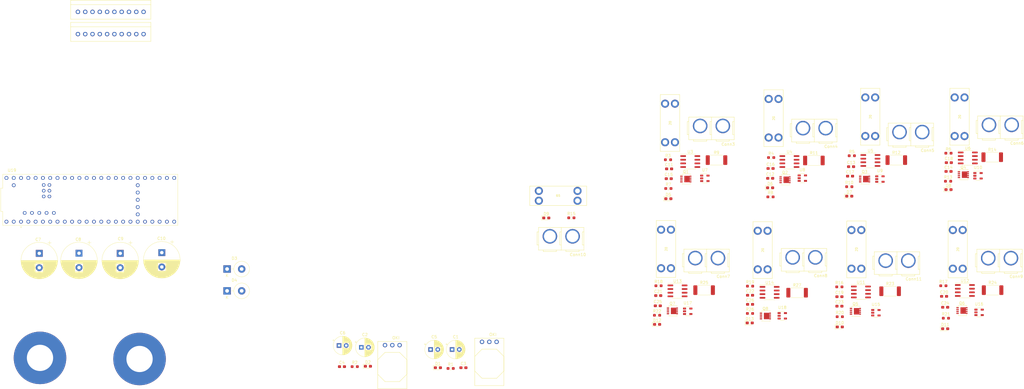
<source format=kicad_pcb>
(kicad_pcb (version 20171130) (host pcbnew "(5.1.10)-1")
  (layers (0 F.Cu signal) (31 B.Cu signal) (34 B.Paste user) (35 F.Paste user) (36 B.SilkS user) (37 F.SilkS user) (38 B.Mask user) (39 F.Mask user) (44 Edge.Cuts user))
  (net 0 "")
  (net 1 GND)
  (net 2 PV)
  (net 3 +5V)
  (net 4 +3V3)
  (net 5 "Net-(C11-Pad1)")
  (net 6 "Net-(C12-Pad1)")
  (net 7 "Net-(C13-Pad1)")
  (net 8 "Net-(C14-Pad1)")
  (net 9 "Net-(C15-Pad1)")
  (net 10 "Net-(C16-Pad1)")
  (net 11 "Net-(C17-Pad1)")
  (net 12 "Net-(C18-Pad1)")
  (net 13 "Net-(C19-Pad1)")
  (net 14 "Net-(C20-Pad1)")
  (net 15 "Net-(C21-Pad1)")
  (net 16 "Net-(C22-Pad1)")
  (net 17 "Net-(C23-Pad1)")
  (net 18 "Net-(C24-Pad1)")
  (net 19 "Net-(C25-Pad1)")
  (net 20 "Net-(C26-Pad1)")
  (net 21 /MOTORS/Anderson_M1)
  (net 22 /MOTORS/Anderson_M2)
  (net 23 /MOTORS/Anderson_M3)
  (net 24 /MOTORS/Anderson_M4)
  (net 25 /MOTORS/Anderson_M5)
  (net 26 /MOTORS/Anderson_M6)
  (net 27 /MOTORS/Anderson_Spare)
  (net 28 /MOTORS/12V)
  (net 29 /MOTORS/Anderson_POE)
  (net 30 "Net-(D1-Pad2)")
  (net 31 "Net-(D2-Pad2)")
  (net 32 "Net-(D5-Pad2)")
  (net 33 "Net-(D6-Pad2)")
  (net 34 "Net-(D7-Pad2)")
  (net 35 "Net-(D8-Pad2)")
  (net 36 "Net-(D9-Pad2)")
  (net 37 "Net-(D10-Pad2)")
  (net 38 "Net-(D11-Pad2)")
  (net 39 "Net-(D12-Pad2)")
  (net 40 "Net-(D13-Pad2)")
  (net 41 "Net-(Q1-Pad4)")
  (net 42 "Net-(Q1-Pad1)")
  (net 43 "Net-(Q2-Pad4)")
  (net 44 "Net-(Q2-Pad1)")
  (net 45 "Net-(Q3-Pad4)")
  (net 46 "Net-(Q3-Pad1)")
  (net 47 "Net-(Q4-Pad4)")
  (net 48 "Net-(Q4-Pad1)")
  (net 49 "Net-(Q5-Pad4)")
  (net 50 "Net-(Q5-Pad1)")
  (net 51 "Net-(Q6-Pad4)")
  (net 52 "Net-(Q6-Pad1)")
  (net 53 "Net-(Q7-Pad4)")
  (net 54 "Net-(Q7-Pad1)")
  (net 55 "Net-(Q8-Pad4)")
  (net 56 "Net-(Q8-Pad1)")
  (net 57 "Net-(R3-Pad1)")
  (net 58 "Net-(R4-Pad1)")
  (net 59 "Net-(R5-Pad1)")
  (net 60 "Net-(R6-Pad1)")
  (net 61 "Net-(R16-Pad1)")
  (net 62 "Net-(R17-Pad1)")
  (net 63 "Net-(R18-Pad1)")
  (net 64 "Net-(R19-Pad1)")
  (net 65 Driver_M1)
  (net 66 Driver_M2)
  (net 67 Driver_M3)
  (net 68 Driver_M4)
  (net 69 Current_Sensor_M1)
  (net 70 Current_Sensor_M2)
  (net 71 Current_Sensor_M3)
  (net 72 Current_Sensor_M4)
  (net 73 Driver_POE)
  (net 74 Driver_Spare)
  (net 75 Driver_M5)
  (net 76 Driver_M6)
  (net 77 Current_Sensor_POE)
  (net 78 Current_Sensor_Spare)
  (net 79 Current_Sensor_M5)
  (net 80 Current_Sensor_M6)
  (net 81 "Net-(U19-Pad32)")
  (net 82 "Net-(U19-PadVIN)")
  (net 83 "Net-(U19-Pad10)")
  (net 84 "Net-(U19-Pad9)")
  (net 85 "Net-(U19-Pad6)")
  (net 86 "Net-(U19-Pad5)")
  (net 87 "Net-(U19-Pad2)")
  (net 88 "Net-(U19-PadD+)")
  (net 89 "Net-(U19-Pad5V)")
  (net 90 "Net-(U19-PadLED)")
  (net 91 "Net-(U19-PadT+)")
  (net 92 "Net-(U19-PadR+)")
  (net 93 "Net-(U19-PadPROGRAM)")
  (net 94 "Net-(U19-PadVUSB)")
  (net 95 "Net-(U19-PadON/OFF)")
  (net 96 "Net-(U19-PadVBAT)")
  (net 97 Driver_NetSwitch)
  (net 98 Driver_Nav)
  (net 99 Driver_Multi)
  (net 100 Driver_GimLog)
  (net 101 Driver_GimAct)
  (net 102 Driver_Drive)
  (net 103 Driver_Cam2)
  (net 104 Driver_Cam1)
  (net 105 Driver_BBB)
  (net 106 Driver_AuxLog)
  (net 107 Current_Sensor_NetSwitch)
  (net 108 Current_Sensor_Nav)
  (net 109 Current_Sensor_Multi)
  (net 110 Current_Sensor_GimLog)
  (net 111 Current_Sensor_GimAct)
  (net 112 Current_Sensor_Drive)
  (net 113 Current_Sensor_Cam2)
  (net 114 Current_Sensor_Cam1)
  (net 115 Current_Sensor_BBB)
  (net 116 Current_Sensor_AuxLog)
  (module MRDT_Connectors:MOLEX_SL_10_Vertical (layer F.Cu) (at 311.658 6.353)
    (fp_text reference Conn2 hide)
    (fp_text value Molex_SL_10)
    (pad 10 thru_hole circle (at 22.86 0) (size 1.524 1.524) (drill 0.9) (layers *.Cu *.Mask) (net 107 Current_Sensor_NetSwitch))
    (pad 9 thru_hole circle (at 20.32 0) (size 1.524 1.524) (drill 0.9) (layers *.Cu *.Mask) (net 108 Current_Sensor_Nav))
    (pad 8 thru_hole circle (at 17.78 0) (size 1.524 1.524) (drill 0.9) (layers *.Cu *.Mask) (net 109 Current_Sensor_Multi))
    (pad 7 thru_hole circle (at 15.24 0) (size 1.524 1.524) (drill 0.9) (layers *.Cu *.Mask) (net 110 Current_Sensor_GimLog))
    (pad 6 thru_hole circle (at 12.7 0) (size 1.524 1.524) (drill 0.9) (layers *.Cu *.Mask) (net 111 Current_Sensor_GimAct))
    (pad 5 thru_hole circle (at 10.16 0) (size 1.524 1.524) (drill 0.9) (layers *.Cu *.Mask) (net 112 Current_Sensor_Drive))
    (pad 4 thru_hole circle (at 7.62 0) (size 1.524 1.524) (drill 0.9) (layers *.Cu *.Mask) (net 113 Current_Sensor_Cam2))
    (pad 3 thru_hole circle (at 5.08 0) (size 1.524 1.524) (drill 0.9) (layers *.Cu *.Mask) (net 114 Current_Sensor_Cam1))
    (pad 2 thru_hole circle (at 2.54 0) (size 1.524 1.524) (drill 0.9) (layers *.Cu *.Mask) (net 115 Current_Sensor_BBB))
    (pad 1 thru_hole circle (at 0 0) (size 1.524 1.524) (drill 0.9) (layers *.Cu *.Mask) (net 116 Current_Sensor_AuxLog))
  )
  (module MRDT_Connectors:MOLEX_SL_10_Vertical (layer F.Cu) (at 311.658 -1.397)
    (fp_text reference Conn1 hide)
    (fp_text value Molex_SL_10)
    (pad 10 thru_hole circle (at 22.86 0) (size 1.524 1.524) (drill 0.9) (layers *.Cu *.Mask) (net 97 Driver_NetSwitch))
    (pad 9 thru_hole circle (at 20.32 0) (size 1.524 1.524) (drill 0.9) (layers *.Cu *.Mask) (net 98 Driver_Nav))
    (pad 8 thru_hole circle (at 17.78 0) (size 1.524 1.524) (drill 0.9) (layers *.Cu *.Mask) (net 99 Driver_Multi))
    (pad 7 thru_hole circle (at 15.24 0) (size 1.524 1.524) (drill 0.9) (layers *.Cu *.Mask) (net 100 Driver_GimLog))
    (pad 6 thru_hole circle (at 12.7 0) (size 1.524 1.524) (drill 0.9) (layers *.Cu *.Mask) (net 101 Driver_GimAct))
    (pad 5 thru_hole circle (at 10.16 0) (size 1.524 1.524) (drill 0.9) (layers *.Cu *.Mask) (net 102 Driver_Drive))
    (pad 4 thru_hole circle (at 7.62 0) (size 1.524 1.524) (drill 0.9) (layers *.Cu *.Mask) (net 103 Driver_Cam2))
    (pad 3 thru_hole circle (at 5.08 0) (size 1.524 1.524) (drill 0.9) (layers *.Cu *.Mask) (net 104 Driver_Cam1))
    (pad 2 thru_hole circle (at 2.54 0) (size 1.524 1.524) (drill 0.9) (layers *.Cu *.Mask) (net 105 Driver_BBB))
    (pad 1 thru_hole circle (at 0 0) (size 1.524 1.524) (drill 0.9) (layers *.Cu *.Mask) (net 106 Driver_AuxLog))
  )
  (module MRDT_Shields:MODULE_DEV-16771 (layer F.Cu) (at 315.976 64.135)
    (fp_text reference U19 (at -27.305 -10.295) (layer F.SilkS))
    (fp_text value Teensy4.1_DEV-16771)
    (pad 41 thru_hole circle (at 8.89 -7.62) (size 1.308 1.308) (drill 0.8) (layers *.Cu *.Mask) (net 115 Current_Sensor_BBB))
    (pad 40 thru_hole circle (at 11.43 -7.62) (size 1.308 1.308) (drill 0.8) (layers *.Cu *.Mask) (net 114 Current_Sensor_Cam1))
    (pad 39 thru_hole circle (at 13.97 -7.62) (size 1.308 1.308) (drill 0.8) (layers *.Cu *.Mask) (net 113 Current_Sensor_Cam2))
    (pad 38 thru_hole circle (at 16.51 -7.62) (size 1.308 1.308) (drill 0.8) (layers *.Cu *.Mask) (net 112 Current_Sensor_Drive))
    (pad 37 thru_hole circle (at 19.05 -7.62) (size 1.308 1.308) (drill 0.8) (layers *.Cu *.Mask) (net 98 Driver_Nav))
    (pad 36 thru_hole circle (at 21.59 -7.62) (size 1.308 1.308) (drill 0.8) (layers *.Cu *.Mask) (net 97 Driver_NetSwitch))
    (pad 35 thru_hole circle (at 24.13 -7.62) (size 1.308 1.308) (drill 0.8) (layers *.Cu *.Mask) (net 73 Driver_POE))
    (pad 34 thru_hole circle (at 26.67 -7.62) (size 1.308 1.308) (drill 0.8) (layers *.Cu *.Mask) (net 74 Driver_Spare))
    (pad 33 thru_hole circle (at 29.21 -7.62) (size 1.308 1.308) (drill 0.8) (layers *.Cu *.Mask) (net 102 Driver_Drive))
    (pad 32 thru_hole circle (at 29.21 7.62) (size 1.308 1.308) (drill 0.8) (layers *.Cu *.Mask) (net 81 "Net-(U19-Pad32)"))
    (pad 31 thru_hole circle (at 26.67 7.62) (size 1.308 1.308) (drill 0.8) (layers *.Cu *.Mask) (net 103 Driver_Cam2))
    (pad 30 thru_hole circle (at 24.13 7.62) (size 1.308 1.308) (drill 0.8) (layers *.Cu *.Mask) (net 104 Driver_Cam1))
    (pad 29 thru_hole circle (at 21.59 7.62) (size 1.308 1.308) (drill 0.8) (layers *.Cu *.Mask) (net 76 Driver_M6))
    (pad 28 thru_hole circle (at 19.05 7.62) (size 1.308 1.308) (drill 0.8) (layers *.Cu *.Mask) (net 75 Driver_M5))
    (pad 27 thru_hole circle (at 16.51 7.62) (size 1.308 1.308) (drill 0.8) (layers *.Cu *.Mask) (net 111 Current_Sensor_GimAct))
    (pad 26 thru_hole circle (at 13.97 7.62) (size 1.308 1.308) (drill 0.8) (layers *.Cu *.Mask) (net 110 Current_Sensor_GimLog))
    (pad 25 thru_hole circle (at 11.43 7.62) (size 1.308 1.308) (drill 0.8) (layers *.Cu *.Mask) (net 109 Current_Sensor_Multi))
    (pad 24 thru_hole circle (at 8.89 7.62) (size 1.308 1.308) (drill 0.8) (layers *.Cu *.Mask) (net 108 Current_Sensor_Nav))
    (pad VIN thru_hole circle (at -29.21 -7.62) (size 1.308 1.308) (drill 0.8) (layers *.Cu *.Mask) (net 82 "Net-(U19-PadVIN)"))
    (pad GND3 thru_hole circle (at -26.67 -7.62) (size 1.308 1.308) (drill 0.8) (layers *.Cu *.Mask) (net 1 GND))
    (pad 3.3V_2 thru_hole circle (at -24.13 -7.62) (size 1.308 1.308) (drill 0.8) (layers *.Cu *.Mask) (net 4 +3V3))
    (pad 23 thru_hole circle (at -21.59 -7.62) (size 1.308 1.308) (drill 0.8) (layers *.Cu *.Mask) (net 107 Current_Sensor_NetSwitch))
    (pad 22 thru_hole circle (at -19.05 -7.62) (size 1.308 1.308) (drill 0.8) (layers *.Cu *.Mask) (net 116 Current_Sensor_AuxLog))
    (pad 21 thru_hole circle (at -16.51 -7.62) (size 1.308 1.308) (drill 0.8) (layers *.Cu *.Mask) (net 77 Current_Sensor_POE))
    (pad 20 thru_hole circle (at -13.97 -7.62) (size 1.308 1.308) (drill 0.8) (layers *.Cu *.Mask) (net 78 Current_Sensor_Spare))
    (pad 19 thru_hole circle (at -11.43 -7.62) (size 1.308 1.308) (drill 0.8) (layers *.Cu *.Mask) (net 80 Current_Sensor_M6))
    (pad 18 thru_hole circle (at -8.89 -7.62) (size 1.308 1.308) (drill 0.8) (layers *.Cu *.Mask) (net 79 Current_Sensor_M5))
    (pad 17 thru_hole circle (at -6.35 -7.62) (size 1.308 1.308) (drill 0.8) (layers *.Cu *.Mask) (net 72 Current_Sensor_M4))
    (pad 16 thru_hole circle (at -3.81 -7.62) (size 1.308 1.308) (drill 0.8) (layers *.Cu *.Mask) (net 71 Current_Sensor_M3))
    (pad 15 thru_hole circle (at -1.27 -7.62) (size 1.308 1.308) (drill 0.8) (layers *.Cu *.Mask) (net 70 Current_Sensor_M2))
    (pad 14 thru_hole circle (at 1.27 -7.62) (size 1.308 1.308) (drill 0.8) (layers *.Cu *.Mask) (net 69 Current_Sensor_M1))
    (pad 13 thru_hole circle (at 3.81 -7.62) (size 1.308 1.308) (drill 0.8) (layers *.Cu *.Mask) (net 99 Driver_Multi))
    (pad 3.3V_1 thru_hole circle (at 6.35 7.62) (size 1.308 1.308) (drill 0.8) (layers *.Cu *.Mask) (net 4 +3V3))
    (pad 12 thru_hole circle (at 3.81 7.62) (size 1.308 1.308) (drill 0.8) (layers *.Cu *.Mask) (net 101 Driver_GimAct))
    (pad 11 thru_hole circle (at 1.27 7.62) (size 1.308 1.308) (drill 0.8) (layers *.Cu *.Mask) (net 100 Driver_GimLog))
    (pad 10 thru_hole circle (at -1.27 7.62) (size 1.308 1.308) (drill 0.8) (layers *.Cu *.Mask) (net 83 "Net-(U19-Pad10)"))
    (pad 9 thru_hole circle (at -3.81 7.62) (size 1.308 1.308) (drill 0.8) (layers *.Cu *.Mask) (net 84 "Net-(U19-Pad9)"))
    (pad 8 thru_hole circle (at -6.35 7.62) (size 1.308 1.308) (drill 0.8) (layers *.Cu *.Mask) (net 68 Driver_M4))
    (pad 7 thru_hole circle (at -8.89 7.62) (size 1.308 1.308) (drill 0.8) (layers *.Cu *.Mask) (net 67 Driver_M3))
    (pad 6 thru_hole circle (at -11.43 7.62) (size 1.308 1.308) (drill 0.8) (layers *.Cu *.Mask) (net 85 "Net-(U19-Pad6)"))
    (pad 5 thru_hole circle (at -13.97 7.62) (size 1.308 1.308) (drill 0.8) (layers *.Cu *.Mask) (net 86 "Net-(U19-Pad5)"))
    (pad 4 thru_hole circle (at -16.51 7.62) (size 1.308 1.308) (drill 0.8) (layers *.Cu *.Mask) (net 105 Driver_BBB))
    (pad 3 thru_hole circle (at -19.05 7.62) (size 1.308 1.308) (drill 0.8) (layers *.Cu *.Mask) (net 106 Driver_AuxLog))
    (pad 2 thru_hole circle (at -21.59 7.62) (size 1.308 1.308) (drill 0.8) (layers *.Cu *.Mask) (net 87 "Net-(U19-Pad2)"))
    (pad 1 thru_hole circle (at -24.13 7.62) (size 1.308 1.308) (drill 0.8) (layers *.Cu *.Mask) (net 66 Driver_M2))
    (pad USB_GND2 thru_hole circle (at -12.7 4.57) (size 1.258 1.258) (drill 0.75) (layers *.Cu *.Mask) (net 1 GND))
    (pad USB_GND1 thru_hole circle (at -15.24 4.57) (size 1.258 1.258) (drill 0.75) (layers *.Cu *.Mask) (net 1 GND))
    (pad D+ thru_hole circle (at -17.78 4.57) (size 1.258 1.258) (drill 0.75) (layers *.Cu *.Mask) (net 88 "Net-(U19-PadD+)"))
    (pad D- thru_hole circle (at -20.32 4.57) (size 1.258 1.258) (drill 0.75) (layers *.Cu *.Mask))
    (pad 5V thru_hole circle (at -22.86 4.57) (size 1.258 1.258) (drill 0.75) (layers *.Cu *.Mask) (net 89 "Net-(U19-Pad5V)"))
    (pad T- thru_hole circle (at -16.24 -1.17) (size 1.208 1.208) (drill 0.7) (layers *.Cu *.Mask))
    (pad LED thru_hole circle (at -16.24 -3.17) (size 1.208 1.208) (drill 0.7) (layers *.Cu *.Mask) (net 90 "Net-(U19-PadLED)"))
    (pad T+ thru_hole circle (at -14.24 -1.17) (size 1.208 1.208) (drill 0.7) (layers *.Cu *.Mask) (net 91 "Net-(U19-PadT+)"))
    (pad GND5 thru_hole circle (at -14.24 -3.17) (size 1.208 1.208) (drill 0.7) (layers *.Cu *.Mask) (net 1 GND))
    (pad R+ thru_hole circle (at -16.24 -5.17) (size 1.208 1.208) (drill 0.7) (layers *.Cu *.Mask) (net 92 "Net-(U19-PadR+)"))
    (pad R- thru_hole circle (at -14.24 -5.17) (size 1.208 1.208) (drill 0.7) (layers *.Cu *.Mask))
    (pad GND2 thru_hole circle (at 6.35 -7.62) (size 1.308 1.308) (drill 0.8) (layers *.Cu *.Mask) (net 1 GND))
    (pad PROGRAM thru_hole circle (at 16.51 -2.54) (size 1.308 1.308) (drill 0.8) (layers *.Cu *.Mask) (net 93 "Net-(U19-PadPROGRAM)"))
    (pad VUSB thru_hole circle (at -26.67 -5.08) (size 1.308 1.308) (drill 0.8) (layers *.Cu *.Mask) (net 94 "Net-(U19-PadVUSB)"))
    (pad ON/OFF thru_hole circle (at 16.51 -5.08) (size 1.308 1.308) (drill 0.8) (layers *.Cu *.Mask) (net 95 "Net-(U19-PadON/OFF)"))
    (pad GND4 thru_hole circle (at 16.51 0) (size 1.308 1.308) (drill 0.8) (layers *.Cu *.Mask) (net 1 GND))
    (pad 3.3V_3 thru_hole circle (at 16.51 2.54) (size 1.308 1.308) (drill 0.8) (layers *.Cu *.Mask) (net 4 +3V3))
    (pad VBAT thru_hole circle (at 16.51 5.08) (size 1.308 1.308) (drill 0.8) (layers *.Cu *.Mask) (net 96 "Net-(U19-PadVBAT)"))
    (pad 0 thru_hole circle (at -26.67 7.62) (size 1.308 1.308) (drill 0.8) (layers *.Cu *.Mask) (net 65 Driver_M1))
    (pad GND1 thru_hole circle (at -29.21 7.62) (size 1.308 1.308) (drill 0.8) (layers *.Cu *.Mask) (net 1 GND))
  )
  (module MRDT_Drill_Holes:BATT_PWR_VIA (layer F.Cu) (at 333.121 119.634)
    (fp_text reference V1 hide)
    (fp_text value BATT_PWR_VIA hide)
    (pad 1 thru_hole circle (at 0 0) (size 18.288 18.288) (drill 9.144) (layers *.Cu *.Mask) (net 2 PV))
  )
  (module Package_TO_SOT_SMD:SOT-23-5 (layer F.Cu) (at 556.938 104.582)
    (fp_text reference U18 (at 0 -2.9) (layer F.SilkS))
    (fp_text value INA281)
    (pad 5 smd rect (at 1.1 -0.95) (size 1.06 0.65) (layers F.Cu F.Paste F.Mask) (net 3 +5V))
    (pad 4 smd rect (at 1.1 0.95) (size 1.06 0.65) (layers F.Cu F.Paste F.Mask) (net 26 /MOTORS/Anderson_M6))
    (pad 3 smd rect (at -1.1 0.95) (size 1.06 0.65) (layers F.Cu F.Paste F.Mask) (net 56 "Net-(Q8-Pad1)"))
    (pad 2 smd rect (at -1.1 0) (size 1.06 0.65) (layers F.Cu F.Paste F.Mask) (net 1 GND))
    (pad 1 smd rect (at -1.1 -0.95) (size 1.06 0.65) (layers F.Cu F.Paste F.Mask) (net 80 Current_Sensor_M6))
  )
  (module Package_TO_SOT_SMD:SOT-23-5 (layer F.Cu) (at 524.002 102.997)
    (fp_text reference U17 (at 0 -2.9) (layer F.SilkS))
    (fp_text value INA281)
    (pad 5 smd rect (at 1.1 -0.95) (size 1.06 0.65) (layers F.Cu F.Paste F.Mask) (net 3 +5V))
    (pad 4 smd rect (at 1.1 0.95) (size 1.06 0.65) (layers F.Cu F.Paste F.Mask) (net 25 /MOTORS/Anderson_M5))
    (pad 3 smd rect (at -1.1 0.95) (size 1.06 0.65) (layers F.Cu F.Paste F.Mask) (net 54 "Net-(Q7-Pad1)"))
    (pad 2 smd rect (at -1.1 0) (size 1.06 0.65) (layers F.Cu F.Paste F.Mask) (net 1 GND))
    (pad 1 smd rect (at -1.1 -0.95) (size 1.06 0.65) (layers F.Cu F.Paste F.Mask) (net 79 Current_Sensor_M5))
  )
  (module Package_TO_SOT_SMD:SOT-23-5 (layer F.Cu) (at 625.475 103.378)
    (fp_text reference U16 (at 0 -2.9) (layer F.SilkS))
    (fp_text value INA281)
    (pad 5 smd rect (at 1.1 -0.95) (size 1.06 0.65) (layers F.Cu F.Paste F.Mask) (net 3 +5V))
    (pad 4 smd rect (at 1.1 0.95) (size 1.06 0.65) (layers F.Cu F.Paste F.Mask) (net 27 /MOTORS/Anderson_Spare))
    (pad 3 smd rect (at -1.1 0.95) (size 1.06 0.65) (layers F.Cu F.Paste F.Mask) (net 52 "Net-(Q6-Pad1)"))
    (pad 2 smd rect (at -1.1 0) (size 1.06 0.65) (layers F.Cu F.Paste F.Mask) (net 1 GND))
    (pad 1 smd rect (at -1.1 -0.95) (size 1.06 0.65) (layers F.Cu F.Paste F.Mask) (net 78 Current_Sensor_Spare))
  )
  (module Package_TO_SOT_SMD:SOT-23-5 (layer F.Cu) (at 589.534 103.505)
    (fp_text reference U15 (at 0 -2.9) (layer F.SilkS))
    (fp_text value INA281)
    (pad 5 smd rect (at 1.1 -0.95) (size 1.06 0.65) (layers F.Cu F.Paste F.Mask) (net 3 +5V))
    (pad 4 smd rect (at 1.1 0.95) (size 1.06 0.65) (layers F.Cu F.Paste F.Mask) (net 29 /MOTORS/Anderson_POE))
    (pad 3 smd rect (at -1.1 0.95) (size 1.06 0.65) (layers F.Cu F.Paste F.Mask) (net 50 "Net-(Q5-Pad1)"))
    (pad 2 smd rect (at -1.1 0) (size 1.06 0.65) (layers F.Cu F.Paste F.Mask) (net 1 GND))
    (pad 1 smd rect (at -1.1 -0.95) (size 1.06 0.65) (layers F.Cu F.Paste F.Mask) (net 77 Current_Sensor_POE))
  )
  (module Package_SO:SOIC-8_3.9x4.9mm_P1.27mm (layer F.Cu) (at 552.515 96.393)
    (fp_text reference U14 (at 0 -3.4) (layer F.SilkS))
    (fp_text value LT1910)
    (pad 8 smd roundrect (at 2.475 -1.905) (size 1.95 0.6) (layers F.Cu F.Paste F.Mask) (net 20 "Net-(C26-Pad1)"))
    (pad 7 smd roundrect (at 2.475 -0.635) (size 1.95 0.6) (layers F.Cu F.Paste F.Mask))
    (pad 6 smd roundrect (at 2.475 0.635) (size 1.95 0.6) (layers F.Cu F.Paste F.Mask) (net 20 "Net-(C26-Pad1)"))
    (pad 5 smd roundrect (at 2.475 1.905) (size 1.95 0.6) (layers F.Cu F.Paste F.Mask) (net 55 "Net-(Q8-Pad4)"))
    (pad 4 smd roundrect (at -2.475 1.905) (size 1.95 0.6) (layers F.Cu F.Paste F.Mask) (net 76 Driver_M6))
    (pad 3 smd roundrect (at -2.475 0.635) (size 1.95 0.6) (layers F.Cu F.Paste F.Mask) (net 64 "Net-(R19-Pad1)"))
    (pad 2 smd roundrect (at -2.475 -0.635) (size 1.95 0.6) (layers F.Cu F.Paste F.Mask) (net 16 "Net-(C22-Pad1)"))
    (pad 1 smd roundrect (at -2.475 -1.905) (size 1.95 0.6) (layers F.Cu F.Paste F.Mask) (net 1 GND))
  )
  (module Package_SO:SOIC-8_3.9x4.9mm_P1.27mm (layer F.Cu) (at 520.446 95.885)
    (fp_text reference U13 (at 0 -3.4) (layer F.SilkS))
    (fp_text value LT1910)
    (pad 8 smd roundrect (at 2.475 -1.905) (size 1.95 0.6) (layers F.Cu F.Paste F.Mask) (net 19 "Net-(C25-Pad1)"))
    (pad 7 smd roundrect (at 2.475 -0.635) (size 1.95 0.6) (layers F.Cu F.Paste F.Mask))
    (pad 6 smd roundrect (at 2.475 0.635) (size 1.95 0.6) (layers F.Cu F.Paste F.Mask) (net 19 "Net-(C25-Pad1)"))
    (pad 5 smd roundrect (at 2.475 1.905) (size 1.95 0.6) (layers F.Cu F.Paste F.Mask) (net 53 "Net-(Q7-Pad4)"))
    (pad 4 smd roundrect (at -2.475 1.905) (size 1.95 0.6) (layers F.Cu F.Paste F.Mask) (net 75 Driver_M5))
    (pad 3 smd roundrect (at -2.475 0.635) (size 1.95 0.6) (layers F.Cu F.Paste F.Mask) (net 63 "Net-(R18-Pad1)"))
    (pad 2 smd roundrect (at -2.475 -0.635) (size 1.95 0.6) (layers F.Cu F.Paste F.Mask) (net 15 "Net-(C21-Pad1)"))
    (pad 1 smd roundrect (at -2.475 -1.905) (size 1.95 0.6) (layers F.Cu F.Paste F.Mask) (net 1 GND))
  )
  (module Package_SO:SOIC-8_3.9x4.9mm_P1.27mm (layer F.Cu) (at 620.522 95.758)
    (fp_text reference U12 (at 0 -3.4) (layer F.SilkS))
    (fp_text value LT1910)
    (pad 8 smd roundrect (at 2.475 -1.905) (size 1.95 0.6) (layers F.Cu F.Paste F.Mask) (net 18 "Net-(C24-Pad1)"))
    (pad 7 smd roundrect (at 2.475 -0.635) (size 1.95 0.6) (layers F.Cu F.Paste F.Mask))
    (pad 6 smd roundrect (at 2.475 0.635) (size 1.95 0.6) (layers F.Cu F.Paste F.Mask) (net 18 "Net-(C24-Pad1)"))
    (pad 5 smd roundrect (at 2.475 1.905) (size 1.95 0.6) (layers F.Cu F.Paste F.Mask) (net 51 "Net-(Q6-Pad4)"))
    (pad 4 smd roundrect (at -2.475 1.905) (size 1.95 0.6) (layers F.Cu F.Paste F.Mask) (net 74 Driver_Spare))
    (pad 3 smd roundrect (at -2.475 0.635) (size 1.95 0.6) (layers F.Cu F.Paste F.Mask) (net 62 "Net-(R17-Pad1)"))
    (pad 2 smd roundrect (at -2.475 -0.635) (size 1.95 0.6) (layers F.Cu F.Paste F.Mask) (net 14 "Net-(C20-Pad1)"))
    (pad 1 smd roundrect (at -2.475 -1.905) (size 1.95 0.6) (layers F.Cu F.Paste F.Mask) (net 1 GND))
  )
  (module Package_SO:SOIC-8_3.9x4.9mm_P1.27mm (layer F.Cu) (at 584.327 96.266)
    (fp_text reference U11 (at 0 -3.4) (layer F.SilkS))
    (fp_text value LT1910)
    (pad 8 smd roundrect (at 2.475 -1.905) (size 1.95 0.6) (layers F.Cu F.Paste F.Mask) (net 17 "Net-(C23-Pad1)"))
    (pad 7 smd roundrect (at 2.475 -0.635) (size 1.95 0.6) (layers F.Cu F.Paste F.Mask))
    (pad 6 smd roundrect (at 2.475 0.635) (size 1.95 0.6) (layers F.Cu F.Paste F.Mask) (net 17 "Net-(C23-Pad1)"))
    (pad 5 smd roundrect (at 2.475 1.905) (size 1.95 0.6) (layers F.Cu F.Paste F.Mask) (net 49 "Net-(Q5-Pad4)"))
    (pad 4 smd roundrect (at -2.475 1.905) (size 1.95 0.6) (layers F.Cu F.Paste F.Mask) (net 73 Driver_POE))
    (pad 3 smd roundrect (at -2.475 0.635) (size 1.95 0.6) (layers F.Cu F.Paste F.Mask) (net 61 "Net-(R16-Pad1)"))
    (pad 2 smd roundrect (at -2.475 -0.635) (size 1.95 0.6) (layers F.Cu F.Paste F.Mask) (net 13 "Net-(C19-Pad1)"))
    (pad 1 smd roundrect (at -2.475 -1.905) (size 1.95 0.6) (layers F.Cu F.Paste F.Mask) (net 1 GND))
  )
  (module Package_TO_SOT_SMD:SOT-23-5 (layer F.Cu) (at 625.094 55.753)
    (fp_text reference U10 (at 0 -2.9) (layer F.SilkS))
    (fp_text value INA281)
    (pad 5 smd rect (at 1.1 -0.95) (size 1.06 0.65) (layers F.Cu F.Paste F.Mask) (net 3 +5V))
    (pad 4 smd rect (at 1.1 0.95) (size 1.06 0.65) (layers F.Cu F.Paste F.Mask) (net 24 /MOTORS/Anderson_M4))
    (pad 3 smd rect (at -1.1 0.95) (size 1.06 0.65) (layers F.Cu F.Paste F.Mask) (net 48 "Net-(Q4-Pad1)"))
    (pad 2 smd rect (at -1.1 0) (size 1.06 0.65) (layers F.Cu F.Paste F.Mask) (net 1 GND))
    (pad 1 smd rect (at -1.1 -0.95) (size 1.06 0.65) (layers F.Cu F.Paste F.Mask) (net 72 Current_Sensor_M4))
  )
  (module Package_TO_SOT_SMD:SOT-23-5 (layer F.Cu) (at 590.931 56.896)
    (fp_text reference U9 (at 0 -2.9) (layer F.SilkS))
    (fp_text value INA281)
    (pad 5 smd rect (at 1.1 -0.95) (size 1.06 0.65) (layers F.Cu F.Paste F.Mask) (net 3 +5V))
    (pad 4 smd rect (at 1.1 0.95) (size 1.06 0.65) (layers F.Cu F.Paste F.Mask) (net 23 /MOTORS/Anderson_M3))
    (pad 3 smd rect (at -1.1 0.95) (size 1.06 0.65) (layers F.Cu F.Paste F.Mask) (net 46 "Net-(Q3-Pad1)"))
    (pad 2 smd rect (at -1.1 0) (size 1.06 0.65) (layers F.Cu F.Paste F.Mask) (net 1 GND))
    (pad 1 smd rect (at -1.1 -0.95) (size 1.06 0.65) (layers F.Cu F.Paste F.Mask) (net 71 Current_Sensor_M3))
  )
  (module Package_TO_SOT_SMD:SOT-23-5 (layer F.Cu) (at 563.923 56.581)
    (fp_text reference U8 (at 0 -2.9) (layer F.SilkS))
    (fp_text value INA281)
    (pad 5 smd rect (at 1.1 -0.95) (size 1.06 0.65) (layers F.Cu F.Paste F.Mask) (net 3 +5V))
    (pad 4 smd rect (at 1.1 0.95) (size 1.06 0.65) (layers F.Cu F.Paste F.Mask) (net 22 /MOTORS/Anderson_M2))
    (pad 3 smd rect (at -1.1 0.95) (size 1.06 0.65) (layers F.Cu F.Paste F.Mask) (net 44 "Net-(Q2-Pad1)"))
    (pad 2 smd rect (at -1.1 0) (size 1.06 0.65) (layers F.Cu F.Paste F.Mask) (net 1 GND))
    (pad 1 smd rect (at -1.1 -0.95) (size 1.06 0.65) (layers F.Cu F.Paste F.Mask) (net 70 Current_Sensor_M2))
  )
  (module Package_TO_SOT_SMD:SOT-23-5 (layer F.Cu) (at 529.971 56.642)
    (fp_text reference U7 (at 0 -2.9) (layer F.SilkS))
    (fp_text value INA281)
    (pad 5 smd rect (at 1.1 -0.95) (size 1.06 0.65) (layers F.Cu F.Paste F.Mask) (net 3 +5V))
    (pad 4 smd rect (at 1.1 0.95) (size 1.06 0.65) (layers F.Cu F.Paste F.Mask) (net 21 /MOTORS/Anderson_M1))
    (pad 3 smd rect (at -1.1 0.95) (size 1.06 0.65) (layers F.Cu F.Paste F.Mask) (net 42 "Net-(Q1-Pad1)"))
    (pad 2 smd rect (at -1.1 0) (size 1.06 0.65) (layers F.Cu F.Paste F.Mask) (net 1 GND))
    (pad 1 smd rect (at -1.1 -0.95) (size 1.06 0.65) (layers F.Cu F.Paste F.Mask) (net 69 Current_Sensor_M1))
  )
  (module Package_SO:SOIC-8_3.9x4.9mm_P1.27mm (layer F.Cu) (at 621.538 49.53)
    (fp_text reference U6 (at 0 -3.4) (layer F.SilkS))
    (fp_text value LT1910)
    (pad 8 smd roundrect (at 2.475 -1.905) (size 1.95 0.6) (layers F.Cu F.Paste F.Mask) (net 12 "Net-(C18-Pad1)"))
    (pad 7 smd roundrect (at 2.475 -0.635) (size 1.95 0.6) (layers F.Cu F.Paste F.Mask))
    (pad 6 smd roundrect (at 2.475 0.635) (size 1.95 0.6) (layers F.Cu F.Paste F.Mask) (net 12 "Net-(C18-Pad1)"))
    (pad 5 smd roundrect (at 2.475 1.905) (size 1.95 0.6) (layers F.Cu F.Paste F.Mask) (net 47 "Net-(Q4-Pad4)"))
    (pad 4 smd roundrect (at -2.475 1.905) (size 1.95 0.6) (layers F.Cu F.Paste F.Mask) (net 68 Driver_M4))
    (pad 3 smd roundrect (at -2.475 0.635) (size 1.95 0.6) (layers F.Cu F.Paste F.Mask) (net 60 "Net-(R6-Pad1)"))
    (pad 2 smd roundrect (at -2.475 -0.635) (size 1.95 0.6) (layers F.Cu F.Paste F.Mask) (net 8 "Net-(C14-Pad1)"))
    (pad 1 smd roundrect (at -2.475 -1.905) (size 1.95 0.6) (layers F.Cu F.Paste F.Mask) (net 1 GND))
  )
  (module Package_SO:SOIC-8_3.9x4.9mm_P1.27mm (layer F.Cu) (at 587.629 50.419)
    (fp_text reference U5 (at 0 -3.4) (layer F.SilkS))
    (fp_text value LT1910)
    (pad 8 smd roundrect (at 2.475 -1.905) (size 1.95 0.6) (layers F.Cu F.Paste F.Mask) (net 11 "Net-(C17-Pad1)"))
    (pad 7 smd roundrect (at 2.475 -0.635) (size 1.95 0.6) (layers F.Cu F.Paste F.Mask))
    (pad 6 smd roundrect (at 2.475 0.635) (size 1.95 0.6) (layers F.Cu F.Paste F.Mask) (net 11 "Net-(C17-Pad1)"))
    (pad 5 smd roundrect (at 2.475 1.905) (size 1.95 0.6) (layers F.Cu F.Paste F.Mask) (net 45 "Net-(Q3-Pad4)"))
    (pad 4 smd roundrect (at -2.475 1.905) (size 1.95 0.6) (layers F.Cu F.Paste F.Mask) (net 67 Driver_M3))
    (pad 3 smd roundrect (at -2.475 0.635) (size 1.95 0.6) (layers F.Cu F.Paste F.Mask) (net 59 "Net-(R5-Pad1)"))
    (pad 2 smd roundrect (at -2.475 -0.635) (size 1.95 0.6) (layers F.Cu F.Paste F.Mask) (net 7 "Net-(C13-Pad1)"))
    (pad 1 smd roundrect (at -2.475 -1.905) (size 1.95 0.6) (layers F.Cu F.Paste F.Mask) (net 1 GND))
  )
  (module Package_SO:SOIC-8_3.9x4.9mm_P1.27mm (layer F.Cu) (at 559.435 50.8)
    (fp_text reference U4 (at 0 -3.4) (layer F.SilkS))
    (fp_text value LT1910)
    (pad 8 smd roundrect (at 2.475 -1.905) (size 1.95 0.6) (layers F.Cu F.Paste F.Mask) (net 10 "Net-(C16-Pad1)"))
    (pad 7 smd roundrect (at 2.475 -0.635) (size 1.95 0.6) (layers F.Cu F.Paste F.Mask))
    (pad 6 smd roundrect (at 2.475 0.635) (size 1.95 0.6) (layers F.Cu F.Paste F.Mask) (net 10 "Net-(C16-Pad1)"))
    (pad 5 smd roundrect (at 2.475 1.905) (size 1.95 0.6) (layers F.Cu F.Paste F.Mask) (net 43 "Net-(Q2-Pad4)"))
    (pad 4 smd roundrect (at -2.475 1.905) (size 1.95 0.6) (layers F.Cu F.Paste F.Mask) (net 66 Driver_M2))
    (pad 3 smd roundrect (at -2.475 0.635) (size 1.95 0.6) (layers F.Cu F.Paste F.Mask) (net 58 "Net-(R4-Pad1)"))
    (pad 2 smd roundrect (at -2.475 -0.635) (size 1.95 0.6) (layers F.Cu F.Paste F.Mask) (net 6 "Net-(C12-Pad1)"))
    (pad 1 smd roundrect (at -2.475 -1.905) (size 1.95 0.6) (layers F.Cu F.Paste F.Mask) (net 1 GND))
  )
  (module Package_SO:SOIC-8_3.9x4.9mm_P1.27mm (layer F.Cu) (at 524.891 50.8)
    (fp_text reference U3 (at 0 -3.4) (layer F.SilkS))
    (fp_text value LT1910)
    (pad 8 smd roundrect (at 2.475 -1.905) (size 1.95 0.6) (layers F.Cu F.Paste F.Mask) (net 9 "Net-(C15-Pad1)"))
    (pad 7 smd roundrect (at 2.475 -0.635) (size 1.95 0.6) (layers F.Cu F.Paste F.Mask))
    (pad 6 smd roundrect (at 2.475 0.635) (size 1.95 0.6) (layers F.Cu F.Paste F.Mask) (net 9 "Net-(C15-Pad1)"))
    (pad 5 smd roundrect (at 2.475 1.905) (size 1.95 0.6) (layers F.Cu F.Paste F.Mask) (net 41 "Net-(Q1-Pad4)"))
    (pad 4 smd roundrect (at -2.475 1.905) (size 1.95 0.6) (layers F.Cu F.Paste F.Mask) (net 65 Driver_M1))
    (pad 3 smd roundrect (at -2.475 0.635) (size 1.95 0.6) (layers F.Cu F.Paste F.Mask) (net 57 "Net-(R3-Pad1)"))
    (pad 2 smd roundrect (at -2.475 -0.635) (size 1.95 0.6) (layers F.Cu F.Paste F.Mask) (net 5 "Net-(C11-Pad1)"))
    (pad 1 smd roundrect (at -2.475 -1.905) (size 1.95 0.6) (layers F.Cu F.Paste F.Mask) (net 1 GND))
  )
  (module MRDT_Devices:OKI_Horizontal (layer F.Cu) (at 418.592 114.808)
    (fp_text reference U2 hide)
    (fp_text value OKI (at 3.81 -2.54) (layer F.SilkS))
    (pad 3 thru_hole circle (at 5.08 0) (size 1.524 1.524) (drill 0.889) (layers *.Cu *.Mask) (net 4 +3V3))
    (pad 2 thru_hole circle (at 2.54 0) (size 1.524 1.524) (drill 0.889) (layers *.Cu *.Mask) (net 1 GND))
    (pad 1 thru_hole circle (at 0 0) (size 1.524 1.524) (drill 0.889) (layers *.Cu *.Mask) (net 2 PV))
  )
  (module MRDT_Devices:OKI_Horizontal (layer F.Cu) (at 452.374 113.665)
    (fp_text reference U1 hide)
    (fp_text value OKI (at 3.81 -2.54) (layer F.SilkS))
    (pad 3 thru_hole circle (at 5.08 0) (size 1.524 1.524) (drill 0.889) (layers *.Cu *.Mask) (net 3 +5V))
    (pad 2 thru_hole circle (at 2.54 0) (size 1.524 1.524) (drill 0.889) (layers *.Cu *.Mask) (net 1 GND))
    (pad 1 thru_hole circle (at 0 0) (size 1.524 1.524) (drill 0.889) (layers *.Cu *.Mask) (net 2 PV))
  )
  (module Resistor_SMD:R_2512_6332Metric_Pad1.40x3.35mm_HandSolder (layer F.Cu) (at 562.102 96.52)
    (fp_text reference R27 (at 0 -2.62) (layer F.SilkS))
    (fp_text value .0025)
    (pad 2 smd roundrect (at 3.05 0) (size 1.4 3.35) (layers F.Cu F.Paste F.Mask) (roundrect_rratio 0.178571) (net 26 /MOTORS/Anderson_M6))
    (pad 1 smd roundrect (at -3.05 0) (size 1.4 3.35) (layers F.Cu F.Paste F.Mask) (roundrect_rratio 0.178571) (net 56 "Net-(Q8-Pad1)"))
  )
  (module Resistor_SMD:R_0603_1608Metric_Pad0.98x0.95mm_HandSolder (layer F.Cu) (at 545.6955 103.759)
    (fp_text reference R26 (at 0 -1.43) (layer F.SilkS))
    (fp_text value 2800)
    (pad 2 smd roundrect (at 0.9125 0) (size 0.975 0.95) (layers F.Cu F.Paste F.Mask) (net 56 "Net-(Q8-Pad1)"))
    (pad 1 smd roundrect (at -0.9125 0) (size 0.975 0.95) (layers F.Cu F.Paste F.Mask) (net 40 "Net-(D13-Pad2)"))
  )
  (module Resistor_SMD:R_2512_6332Metric_Pad1.40x3.35mm_HandSolder (layer F.Cu) (at 529.717 95.631)
    (fp_text reference R25 (at 0 -2.62) (layer F.SilkS))
    (fp_text value .0025)
    (pad 2 smd roundrect (at 3.05 0) (size 1.4 3.35) (layers F.Cu F.Paste F.Mask) (roundrect_rratio 0.178571) (net 25 /MOTORS/Anderson_M5))
    (pad 1 smd roundrect (at -3.05 0) (size 1.4 3.35) (layers F.Cu F.Paste F.Mask) (roundrect_rratio 0.178571) (net 54 "Net-(Q7-Pad1)"))
  )
  (module Resistor_SMD:R_2512_6332Metric_Pad1.40x3.35mm_HandSolder (layer F.Cu) (at 630.174 95.631)
    (fp_text reference R24 (at 0 -2.62) (layer F.SilkS))
    (fp_text value .0025)
    (pad 2 smd roundrect (at 3.05 0) (size 1.4 3.35) (layers F.Cu F.Paste F.Mask) (roundrect_rratio 0.178571) (net 27 /MOTORS/Anderson_Spare))
    (pad 1 smd roundrect (at -3.05 0) (size 1.4 3.35) (layers F.Cu F.Paste F.Mask) (roundrect_rratio 0.178571) (net 52 "Net-(Q6-Pad1)"))
  )
  (module Resistor_SMD:R_2512_6332Metric_Pad1.40x3.35mm_HandSolder (layer F.Cu) (at 594.487 96.012)
    (fp_text reference R23 (at 0 -2.62) (layer F.SilkS))
    (fp_text value .0025)
    (pad 2 smd roundrect (at 3.05 0) (size 1.4 3.35) (layers F.Cu F.Paste F.Mask) (roundrect_rratio 0.178571) (net 29 /MOTORS/Anderson_POE))
    (pad 1 smd roundrect (at -3.05 0) (size 1.4 3.35) (layers F.Cu F.Paste F.Mask) (roundrect_rratio 0.178571) (net 50 "Net-(Q5-Pad1)"))
  )
  (module Resistor_SMD:R_0603_1608Metric_Pad0.98x0.95mm_HandSolder (layer F.Cu) (at 513.334 104.394)
    (fp_text reference R22 (at 0 -1.43) (layer F.SilkS))
    (fp_text value 2800)
    (pad 2 smd roundrect (at 0.9125 0) (size 0.975 0.95) (layers F.Cu F.Paste F.Mask) (net 54 "Net-(Q7-Pad1)"))
    (pad 1 smd roundrect (at -0.9125 0) (size 0.975 0.95) (layers F.Cu F.Paste F.Mask) (net 39 "Net-(D12-Pad2)"))
  )
  (module Resistor_SMD:R_0603_1608Metric_Pad0.98x0.95mm_HandSolder (layer F.Cu) (at 613.918 105.41)
    (fp_text reference R21 (at 0 -1.43) (layer F.SilkS))
    (fp_text value 2800)
    (pad 2 smd roundrect (at 0.9125 0) (size 0.975 0.95) (layers F.Cu F.Paste F.Mask) (net 52 "Net-(Q6-Pad1)"))
    (pad 1 smd roundrect (at -0.9125 0) (size 0.975 0.95) (layers F.Cu F.Paste F.Mask) (net 38 "Net-(D11-Pad2)"))
  )
  (module Resistor_SMD:R_0603_1608Metric_Pad0.98x0.95mm_HandSolder (layer F.Cu) (at 576.961 104.902)
    (fp_text reference R20 (at 0 -1.43) (layer F.SilkS))
    (fp_text value 2800)
    (pad 2 smd roundrect (at 0.9125 0) (size 0.975 0.95) (layers F.Cu F.Paste F.Mask) (net 50 "Net-(Q5-Pad1)"))
    (pad 1 smd roundrect (at -0.9125 0) (size 0.975 0.95) (layers F.Cu F.Paste F.Mask) (net 37 "Net-(D10-Pad2)"))
  )
  (module Resistor_SMD:R_0603_1608Metric_Pad0.98x0.95mm_HandSolder (layer F.Cu) (at 545.719 94.234)
    (fp_text reference R19 (at 0 -1.43) (layer F.SilkS))
    (fp_text value 5.1k)
    (pad 2 smd roundrect (at 0.9125 0) (size 0.975 0.95) (layers F.Cu F.Paste F.Mask) (net 3 +5V))
    (pad 1 smd roundrect (at -0.9125 0) (size 0.975 0.95) (layers F.Cu F.Paste F.Mask) (net 64 "Net-(R19-Pad1)"))
  )
  (module Resistor_SMD:R_0603_1608Metric_Pad0.98x0.95mm_HandSolder (layer F.Cu) (at 513.842 94.107)
    (fp_text reference R18 (at 0 -1.43) (layer F.SilkS))
    (fp_text value 5.1k)
    (pad 2 smd roundrect (at 0.9125 0) (size 0.975 0.95) (layers F.Cu F.Paste F.Mask) (net 3 +5V))
    (pad 1 smd roundrect (at -0.9125 0) (size 0.975 0.95) (layers F.Cu F.Paste F.Mask) (net 63 "Net-(R18-Pad1)"))
  )
  (module Resistor_SMD:R_0603_1608Metric_Pad0.98x0.95mm_HandSolder (layer F.Cu) (at 613.029 94.107)
    (fp_text reference R17 (at 0 -1.43) (layer F.SilkS))
    (fp_text value 5.1k)
    (pad 2 smd roundrect (at 0.9125 0) (size 0.975 0.95) (layers F.Cu F.Paste F.Mask) (net 3 +5V))
    (pad 1 smd roundrect (at -0.9125 0) (size 0.975 0.95) (layers F.Cu F.Paste F.Mask) (net 62 "Net-(R17-Pad1)"))
  )
  (module Resistor_SMD:R_0603_1608Metric_Pad0.98x0.95mm_HandSolder (layer F.Cu) (at 576.8105 94.488)
    (fp_text reference R16 (at 0 -1.43) (layer F.SilkS))
    (fp_text value 5.1k)
    (pad 2 smd roundrect (at 0.9125 0) (size 0.975 0.95) (layers F.Cu F.Paste F.Mask) (net 3 +5V))
    (pad 1 smd roundrect (at -0.9125 0) (size 0.975 0.95) (layers F.Cu F.Paste F.Mask) (net 61 "Net-(R16-Pad1)"))
  )
  (module Resistor_SMD:R_0603_1608Metric_Pad0.98x0.95mm_HandSolder (layer F.Cu) (at 483.483759 70.416)
    (fp_text reference R15 (at 0 -1.43) (layer F.SilkS))
    (fp_text value 2800)
    (pad 2 smd roundrect (at 0.9125 0) (size 0.975 0.95) (layers F.Cu F.Paste F.Mask) (net 28 /MOTORS/12V))
    (pad 1 smd roundrect (at -0.9125 0) (size 0.975 0.95) (layers F.Cu F.Paste F.Mask) (net 36 "Net-(D9-Pad2)"))
  )
  (module Resistor_SMD:R_2512_6332Metric_Pad1.40x3.35mm_HandSolder (layer F.Cu) (at 630.047 49.276)
    (fp_text reference R14 (at 0 -2.62) (layer F.SilkS))
    (fp_text value .0025)
    (pad 2 smd roundrect (at 3.05 0) (size 1.4 3.35) (layers F.Cu F.Paste F.Mask) (roundrect_rratio 0.178571) (net 24 /MOTORS/Anderson_M4))
    (pad 1 smd roundrect (at -3.05 0) (size 1.4 3.35) (layers F.Cu F.Paste F.Mask) (roundrect_rratio 0.178571) (net 48 "Net-(Q4-Pad1)"))
  )
  (module Resistor_SMD:R_0603_1608Metric_Pad0.98x0.95mm_HandSolder (layer F.Cu) (at 614.68 57.658)
    (fp_text reference R13 (at 0 -1.43) (layer F.SilkS))
    (fp_text value 2800)
    (pad 2 smd roundrect (at 0.9125 0) (size 0.975 0.95) (layers F.Cu F.Paste F.Mask) (net 48 "Net-(Q4-Pad1)"))
    (pad 1 smd roundrect (at -0.9125 0) (size 0.975 0.95) (layers F.Cu F.Paste F.Mask) (net 35 "Net-(D8-Pad2)"))
  )
  (module Resistor_SMD:R_2512_6332Metric_Pad1.40x3.35mm_HandSolder (layer F.Cu) (at 596.646 50.292)
    (fp_text reference R12 (at 0 -2.62) (layer F.SilkS))
    (fp_text value .0025)
    (pad 2 smd roundrect (at 3.05 0) (size 1.4 3.35) (layers F.Cu F.Paste F.Mask) (roundrect_rratio 0.178571) (net 23 /MOTORS/Anderson_M3))
    (pad 1 smd roundrect (at -3.05 0) (size 1.4 3.35) (layers F.Cu F.Paste F.Mask) (roundrect_rratio 0.178571) (net 46 "Net-(Q3-Pad1)"))
  )
  (module Resistor_SMD:R_2512_6332Metric_Pad1.40x3.35mm_HandSolder (layer F.Cu) (at 567.944 50.419)
    (fp_text reference R11 (at 0 -2.62) (layer F.SilkS))
    (fp_text value .0025)
    (pad 2 smd roundrect (at 3.05 0) (size 1.4 3.35) (layers F.Cu F.Paste F.Mask) (roundrect_rratio 0.178571) (net 22 /MOTORS/Anderson_M2))
    (pad 1 smd roundrect (at -3.05 0) (size 1.4 3.35) (layers F.Cu F.Paste F.Mask) (roundrect_rratio 0.178571) (net 44 "Net-(Q2-Pad1)"))
  )
  (module Resistor_SMD:R_0603_1608Metric_Pad0.98x0.95mm_HandSolder (layer F.Cu) (at 580.263 59.563)
    (fp_text reference R10 (at 0 -1.43) (layer F.SilkS))
    (fp_text value 2800)
    (pad 2 smd roundrect (at 0.9125 0) (size 0.975 0.95) (layers F.Cu F.Paste F.Mask) (net 46 "Net-(Q3-Pad1)"))
    (pad 1 smd roundrect (at -0.9125 0) (size 0.975 0.95) (layers F.Cu F.Paste F.Mask) (net 34 "Net-(D7-Pad2)"))
  )
  (module Resistor_SMD:R_2512_6332Metric_Pad1.40x3.35mm_HandSolder (layer F.Cu) (at 534.035 50.292)
    (fp_text reference R9 (at 0 -2.62) (layer F.SilkS))
    (fp_text value .0025)
    (pad 2 smd roundrect (at 3.05 0) (size 1.4 3.35) (layers F.Cu F.Paste F.Mask) (roundrect_rratio 0.178571) (net 21 /MOTORS/Anderson_M1))
    (pad 1 smd roundrect (at -3.05 0) (size 1.4 3.35) (layers F.Cu F.Paste F.Mask) (roundrect_rratio 0.178571) (net 42 "Net-(Q1-Pad1)"))
  )
  (module Resistor_SMD:R_0603_1608Metric_Pad0.98x0.95mm_HandSolder (layer F.Cu) (at 552.831 63.119)
    (fp_text reference R8 (at 0 -1.43) (layer F.SilkS))
    (fp_text value 2800)
    (pad 2 smd roundrect (at 0.9125 0) (size 0.975 0.95) (layers F.Cu F.Paste F.Mask) (net 44 "Net-(Q2-Pad1)"))
    (pad 1 smd roundrect (at -0.9125 0) (size 0.975 0.95) (layers F.Cu F.Paste F.Mask) (net 33 "Net-(D6-Pad2)"))
  )
  (module Resistor_SMD:R_0603_1608Metric_Pad0.98x0.95mm_HandSolder (layer F.Cu) (at 517.271 60.198)
    (fp_text reference R7 (at 0 -1.43) (layer F.SilkS))
    (fp_text value 2800)
    (pad 2 smd roundrect (at 0.9125 0) (size 0.975 0.95) (layers F.Cu F.Paste F.Mask) (net 42 "Net-(Q1-Pad1)"))
    (pad 1 smd roundrect (at -0.9125 0) (size 0.975 0.95) (layers F.Cu F.Paste F.Mask) (net 32 "Net-(D5-Pad2)"))
  )
  (module Resistor_SMD:R_0603_1608Metric_Pad0.98x0.95mm_HandSolder (layer F.Cu) (at 614.807 47.879)
    (fp_text reference R6 (at 0 -1.43) (layer F.SilkS))
    (fp_text value 5.1k)
    (pad 2 smd roundrect (at 0.9125 0) (size 0.975 0.95) (layers F.Cu F.Paste F.Mask) (net 3 +5V))
    (pad 1 smd roundrect (at -0.9125 0) (size 0.975 0.95) (layers F.Cu F.Paste F.Mask) (net 60 "Net-(R6-Pad1)"))
  )
  (module Resistor_SMD:R_0603_1608Metric_Pad0.98x0.95mm_HandSolder (layer F.Cu) (at 581.152 48.768)
    (fp_text reference R5 (at 0 -1.43) (layer F.SilkS))
    (fp_text value 5.1k)
    (pad 2 smd roundrect (at 0.9125 0) (size 0.975 0.95) (layers F.Cu F.Paste F.Mask) (net 3 +5V))
    (pad 1 smd roundrect (at -0.9125 0) (size 0.975 0.95) (layers F.Cu F.Paste F.Mask) (net 59 "Net-(R5-Pad1)"))
  )
  (module Resistor_SMD:R_0603_1608Metric_Pad0.98x0.95mm_HandSolder (layer F.Cu) (at 553.0615 49.403)
    (fp_text reference R4 (at 0 -1.43) (layer F.SilkS))
    (fp_text value 5.1k)
    (pad 2 smd roundrect (at 0.9125 0) (size 0.975 0.95) (layers F.Cu F.Paste F.Mask) (net 3 +5V))
    (pad 1 smd roundrect (at -0.9125 0) (size 0.975 0.95) (layers F.Cu F.Paste F.Mask) (net 58 "Net-(R4-Pad1)"))
  )
  (module Resistor_SMD:R_0603_1608Metric_Pad0.98x0.95mm_HandSolder (layer F.Cu) (at 517.144 50.165)
    (fp_text reference R3 (at 0 -1.43) (layer F.SilkS))
    (fp_text value 5.1k)
    (pad 2 smd roundrect (at 0.9125 0) (size 0.975 0.95) (layers F.Cu F.Paste F.Mask) (net 3 +5V))
    (pad 1 smd roundrect (at -0.9125 0) (size 0.975 0.95) (layers F.Cu F.Paste F.Mask) (net 57 "Net-(R3-Pad1)"))
  )
  (module Resistor_SMD:R_0603_1608Metric_Pad0.98x0.95mm_HandSolder (layer F.Cu) (at 408.051 122.301)
    (fp_text reference R2 (at 0 -1.43) (layer F.SilkS))
    (fp_text value 330)
    (pad 2 smd roundrect (at 0.9125 0) (size 0.975 0.95) (layers F.Cu F.Paste F.Mask) (net 4 +3V3))
    (pad 1 smd roundrect (at -0.9125 0) (size 0.975 0.95) (layers F.Cu F.Paste F.Mask) (net 31 "Net-(D2-Pad2)"))
  )
  (module Resistor_SMD:R_0603_1608Metric_Pad0.98x0.95mm_HandSolder (layer F.Cu) (at 441.452 122.936)
    (fp_text reference R1 (at 0 -1.43) (layer F.SilkS))
    (fp_text value 510)
    (pad 2 smd roundrect (at 0.9125 0) (size 0.975 0.95) (layers F.Cu F.Paste F.Mask) (net 3 +5V))
    (pad 1 smd roundrect (at -0.9125 0) (size 0.975 0.95) (layers F.Cu F.Paste F.Mask) (net 30 "Net-(D1-Pad2)"))
  )
  (module Package_TO_SOT_SMD:LFPAK33 (layer F.Cu) (at 551.053 104.648)
    (fp_text reference Q8 (at 0 -2.55) (layer F.SilkS))
    (fp_text value BUK7S2R0-40HJ)
    (pad 5 smd custom (at 0.405 0) (size 1.85 2.25) (layers F.Cu F.Mask) (net 20 "Net-(C26-Pad1)") (options (clearance outline) (anchor rect)) (primitives (gr_poly (pts (xy 0.925 -1.175) (xy 1.545 -1.175) (xy 1.545 -0.775) (xy 0.925 -0.775)) (width 0)) (gr_poly (pts (xy 0.925 -0.525) (xy 1.545 -0.525) (xy 1.545 -0.125) (xy 0.925 -0.125)) (width 0)) (gr_poly (pts (xy 0.925 0.125) (xy 1.545 0.125) (xy 1.545 0.525) (xy 0.925 0.525)) (width 0)) (gr_poly (pts (xy 0.925 0.775) (xy 1.545 0.775) (xy 1.545 1.175) (xy 0.925 1.175)) (width 0))))
    (pad 4 smd rect (at -1.535 0.975) (size 0.83 0.4) (layers F.Cu F.Mask) (net 55 "Net-(Q8-Pad4)"))
    (pad 3 smd rect (at -1.535 0.325) (size 0.83 0.4) (layers F.Cu F.Mask) (net 56 "Net-(Q8-Pad1)"))
    (pad 1 smd rect (at -1.535 -0.975) (size 0.83 0.4) (layers F.Cu F.Mask) (net 56 "Net-(Q8-Pad1)"))
    (pad 2 smd rect (at -1.535 -0.325) (size 0.83 0.4) (layers F.Cu F.Mask) (net 56 "Net-(Q8-Pad1)"))
  )
  (module Package_TO_SOT_SMD:LFPAK33 (layer F.Cu) (at 518.668 102.87)
    (fp_text reference Q7 (at 0 -2.55) (layer F.SilkS))
    (fp_text value BUK7S2R0-40HJ)
    (pad 5 smd custom (at 0.405 0) (size 1.85 2.25) (layers F.Cu F.Mask) (net 19 "Net-(C25-Pad1)") (options (clearance outline) (anchor rect)) (primitives (gr_poly (pts (xy 0.925 -1.175) (xy 1.545 -1.175) (xy 1.545 -0.775) (xy 0.925 -0.775)) (width 0)) (gr_poly (pts (xy 0.925 -0.525) (xy 1.545 -0.525) (xy 1.545 -0.125) (xy 0.925 -0.125)) (width 0)) (gr_poly (pts (xy 0.925 0.125) (xy 1.545 0.125) (xy 1.545 0.525) (xy 0.925 0.525)) (width 0)) (gr_poly (pts (xy 0.925 0.775) (xy 1.545 0.775) (xy 1.545 1.175) (xy 0.925 1.175)) (width 0))))
    (pad 4 smd rect (at -1.535 0.975) (size 0.83 0.4) (layers F.Cu F.Mask) (net 53 "Net-(Q7-Pad4)"))
    (pad 3 smd rect (at -1.535 0.325) (size 0.83 0.4) (layers F.Cu F.Mask) (net 54 "Net-(Q7-Pad1)"))
    (pad 1 smd rect (at -1.535 -0.975) (size 0.83 0.4) (layers F.Cu F.Mask) (net 54 "Net-(Q7-Pad1)"))
    (pad 2 smd rect (at -1.535 -0.325) (size 0.83 0.4) (layers F.Cu F.Mask) (net 54 "Net-(Q7-Pad1)"))
  )
  (module Package_TO_SOT_SMD:LFPAK33 (layer F.Cu) (at 619.506 102.743)
    (fp_text reference Q6 (at 0 -2.55) (layer F.SilkS))
    (fp_text value BUK7S2R0-40HJ)
    (pad 5 smd custom (at 0.405 0) (size 1.85 2.25) (layers F.Cu F.Mask) (net 18 "Net-(C24-Pad1)") (options (clearance outline) (anchor rect)) (primitives (gr_poly (pts (xy 0.925 -1.175) (xy 1.545 -1.175) (xy 1.545 -0.775) (xy 0.925 -0.775)) (width 0)) (gr_poly (pts (xy 0.925 -0.525) (xy 1.545 -0.525) (xy 1.545 -0.125) (xy 0.925 -0.125)) (width 0)) (gr_poly (pts (xy 0.925 0.125) (xy 1.545 0.125) (xy 1.545 0.525) (xy 0.925 0.525)) (width 0)) (gr_poly (pts (xy 0.925 0.775) (xy 1.545 0.775) (xy 1.545 1.175) (xy 0.925 1.175)) (width 0))))
    (pad 4 smd rect (at -1.535 0.975) (size 0.83 0.4) (layers F.Cu F.Mask) (net 51 "Net-(Q6-Pad4)"))
    (pad 3 smd rect (at -1.535 0.325) (size 0.83 0.4) (layers F.Cu F.Mask) (net 52 "Net-(Q6-Pad1)"))
    (pad 1 smd rect (at -1.535 -0.975) (size 0.83 0.4) (layers F.Cu F.Mask) (net 52 "Net-(Q6-Pad1)"))
    (pad 2 smd rect (at -1.535 -0.325) (size 0.83 0.4) (layers F.Cu F.Mask) (net 52 "Net-(Q6-Pad1)"))
  )
  (module Package_TO_SOT_SMD:LFPAK33 (layer F.Cu) (at 582.398 102.997)
    (fp_text reference Q5 (at 0 -2.55) (layer F.SilkS))
    (fp_text value BUK7S2R0-40HJ)
    (pad 5 smd custom (at 0.405 0) (size 1.85 2.25) (layers F.Cu F.Mask) (net 17 "Net-(C23-Pad1)") (options (clearance outline) (anchor rect)) (primitives (gr_poly (pts (xy 0.925 -1.175) (xy 1.545 -1.175) (xy 1.545 -0.775) (xy 0.925 -0.775)) (width 0)) (gr_poly (pts (xy 0.925 -0.525) (xy 1.545 -0.525) (xy 1.545 -0.125) (xy 0.925 -0.125)) (width 0)) (gr_poly (pts (xy 0.925 0.125) (xy 1.545 0.125) (xy 1.545 0.525) (xy 0.925 0.525)) (width 0)) (gr_poly (pts (xy 0.925 0.775) (xy 1.545 0.775) (xy 1.545 1.175) (xy 0.925 1.175)) (width 0))))
    (pad 4 smd rect (at -1.535 0.975) (size 0.83 0.4) (layers F.Cu F.Mask) (net 49 "Net-(Q5-Pad4)"))
    (pad 3 smd rect (at -1.535 0.325) (size 0.83 0.4) (layers F.Cu F.Mask) (net 50 "Net-(Q5-Pad1)"))
    (pad 1 smd rect (at -1.535 -0.975) (size 0.83 0.4) (layers F.Cu F.Mask) (net 50 "Net-(Q5-Pad1)"))
    (pad 2 smd rect (at -1.535 -0.325) (size 0.83 0.4) (layers F.Cu F.Mask) (net 50 "Net-(Q5-Pad1)"))
  )
  (module Package_TO_SOT_SMD:LFPAK33 (layer F.Cu) (at 619.99 55.372)
    (fp_text reference Q4 (at 0 -2.55) (layer F.SilkS))
    (fp_text value BUK7S2R0-40HJ)
    (pad 5 smd custom (at 0.405 0) (size 1.85 2.25) (layers F.Cu F.Mask) (net 12 "Net-(C18-Pad1)") (options (clearance outline) (anchor rect)) (primitives (gr_poly (pts (xy 0.925 -1.175) (xy 1.545 -1.175) (xy 1.545 -0.775) (xy 0.925 -0.775)) (width 0)) (gr_poly (pts (xy 0.925 -0.525) (xy 1.545 -0.525) (xy 1.545 -0.125) (xy 0.925 -0.125)) (width 0)) (gr_poly (pts (xy 0.925 0.125) (xy 1.545 0.125) (xy 1.545 0.525) (xy 0.925 0.525)) (width 0)) (gr_poly (pts (xy 0.925 0.775) (xy 1.545 0.775) (xy 1.545 1.175) (xy 0.925 1.175)) (width 0))))
    (pad 4 smd rect (at -1.535 0.975) (size 0.83 0.4) (layers F.Cu F.Mask) (net 47 "Net-(Q4-Pad4)"))
    (pad 3 smd rect (at -1.535 0.325) (size 0.83 0.4) (layers F.Cu F.Mask) (net 48 "Net-(Q4-Pad1)"))
    (pad 1 smd rect (at -1.535 -0.975) (size 0.83 0.4) (layers F.Cu F.Mask) (net 48 "Net-(Q4-Pad1)"))
    (pad 2 smd rect (at -1.535 -0.325) (size 0.83 0.4) (layers F.Cu F.Mask) (net 48 "Net-(Q4-Pad1)"))
  )
  (module Package_TO_SOT_SMD:LFPAK33 (layer F.Cu) (at 585.597 56.896)
    (fp_text reference Q3 (at 0 -2.55) (layer F.SilkS))
    (fp_text value BUK7S2R0-40HJ)
    (pad 5 smd custom (at 0.405 0) (size 1.85 2.25) (layers F.Cu F.Mask) (net 11 "Net-(C17-Pad1)") (options (clearance outline) (anchor rect)) (primitives (gr_poly (pts (xy 0.925 -1.175) (xy 1.545 -1.175) (xy 1.545 -0.775) (xy 0.925 -0.775)) (width 0)) (gr_poly (pts (xy 0.925 -0.525) (xy 1.545 -0.525) (xy 1.545 -0.125) (xy 0.925 -0.125)) (width 0)) (gr_poly (pts (xy 0.925 0.125) (xy 1.545 0.125) (xy 1.545 0.525) (xy 0.925 0.525)) (width 0)) (gr_poly (pts (xy 0.925 0.775) (xy 1.545 0.775) (xy 1.545 1.175) (xy 0.925 1.175)) (width 0))))
    (pad 4 smd rect (at -1.535 0.975) (size 0.83 0.4) (layers F.Cu F.Mask) (net 45 "Net-(Q3-Pad4)"))
    (pad 3 smd rect (at -1.535 0.325) (size 0.83 0.4) (layers F.Cu F.Mask) (net 46 "Net-(Q3-Pad1)"))
    (pad 1 smd rect (at -1.535 -0.975) (size 0.83 0.4) (layers F.Cu F.Mask) (net 46 "Net-(Q3-Pad1)"))
    (pad 2 smd rect (at -1.535 -0.325) (size 0.83 0.4) (layers F.Cu F.Mask) (net 46 "Net-(Q3-Pad1)"))
  )
  (module Package_TO_SOT_SMD:LFPAK33 (layer F.Cu) (at 557.887 57.15)
    (fp_text reference Q2 (at 0 -2.55) (layer F.SilkS))
    (fp_text value BUK7S2R0-40HJ)
    (pad 5 smd custom (at 0.405 0) (size 1.85 2.25) (layers F.Cu F.Mask) (net 10 "Net-(C16-Pad1)") (options (clearance outline) (anchor rect)) (primitives (gr_poly (pts (xy 0.925 -1.175) (xy 1.545 -1.175) (xy 1.545 -0.775) (xy 0.925 -0.775)) (width 0)) (gr_poly (pts (xy 0.925 -0.525) (xy 1.545 -0.525) (xy 1.545 -0.125) (xy 0.925 -0.125)) (width 0)) (gr_poly (pts (xy 0.925 0.125) (xy 1.545 0.125) (xy 1.545 0.525) (xy 0.925 0.525)) (width 0)) (gr_poly (pts (xy 0.925 0.775) (xy 1.545 0.775) (xy 1.545 1.175) (xy 0.925 1.175)) (width 0))))
    (pad 4 smd rect (at -1.535 0.975) (size 0.83 0.4) (layers F.Cu F.Mask) (net 43 "Net-(Q2-Pad4)"))
    (pad 3 smd rect (at -1.535 0.325) (size 0.83 0.4) (layers F.Cu F.Mask) (net 44 "Net-(Q2-Pad1)"))
    (pad 1 smd rect (at -1.535 -0.975) (size 0.83 0.4) (layers F.Cu F.Mask) (net 44 "Net-(Q2-Pad1)"))
    (pad 2 smd rect (at -1.535 -0.325) (size 0.83 0.4) (layers F.Cu F.Mask) (net 44 "Net-(Q2-Pad1)"))
  )
  (module Package_TO_SOT_SMD:LFPAK33 (layer F.Cu) (at 523.343 56.896)
    (fp_text reference Q1 (at 0 -2.55) (layer F.SilkS))
    (fp_text value BUK7S2R0-40HJ)
    (pad 5 smd custom (at 0.405 0) (size 1.85 2.25) (layers F.Cu F.Mask) (net 9 "Net-(C15-Pad1)") (options (clearance outline) (anchor rect)) (primitives (gr_poly (pts (xy 0.925 -1.175) (xy 1.545 -1.175) (xy 1.545 -0.775) (xy 0.925 -0.775)) (width 0)) (gr_poly (pts (xy 0.925 -0.525) (xy 1.545 -0.525) (xy 1.545 -0.125) (xy 0.925 -0.125)) (width 0)) (gr_poly (pts (xy 0.925 0.125) (xy 1.545 0.125) (xy 1.545 0.525) (xy 0.925 0.525)) (width 0)) (gr_poly (pts (xy 0.925 0.775) (xy 1.545 0.775) (xy 1.545 1.175) (xy 0.925 1.175)) (width 0))))
    (pad 4 smd rect (at -1.535 0.975) (size 0.83 0.4) (layers F.Cu F.Mask) (net 41 "Net-(Q1-Pad4)"))
    (pad 3 smd rect (at -1.535 0.325) (size 0.83 0.4) (layers F.Cu F.Mask) (net 42 "Net-(Q1-Pad1)"))
    (pad 1 smd rect (at -1.535 -0.975) (size 0.83 0.4) (layers F.Cu F.Mask) (net 42 "Net-(Q1-Pad1)"))
    (pad 2 smd rect (at -1.535 -0.325) (size 0.83 0.4) (layers F.Cu F.Mask) (net 42 "Net-(Q1-Pad1)"))
  )
  (module MRDT_Drill_Holes:BATT_PWR_VIA (layer F.Cu) (at 298.45 119.253)
    (fp_text reference GND1 hide)
    (fp_text value Via hide)
    (pad 1 thru_hole circle (at 0 0) (size 18.288 18.288) (drill 9.144) (layers *.Cu *.Mask) (net 1 GND))
  )
  (module MRDT_Passives:ATC_Fuse_Block (layer F.Cu) (at 551.815 74.93 270)
    (fp_text reference F9 hide)
    (fp_text value 20 (at 6.731 1.651 90) (layer F.SilkS) (effects (font (size 0.762 0.762))))
    (pad 1 thru_hole circle (at 0 3.429 270) (size 2.8194 2.8194) (drill 1.6764) (layers *.Cu *.Mask) (net 2 PV))
    (pad 1 thru_hole circle (at 0 0 270) (size 2.8194 2.8194) (drill 1.6764) (layers *.Cu *.Mask) (net 2 PV))
    (pad 2 thru_hole circle (at 13.462 0 270) (size 2.8194 2.8194) (drill 1.6764) (layers *.Cu *.Mask) (net 20 "Net-(C26-Pad1)"))
    (pad 2 thru_hole circle (at 13.462 3.429 270) (size 2.8194 2.8194) (drill 1.6764) (layers *.Cu *.Mask) (net 20 "Net-(C26-Pad1)"))
  )
  (module MRDT_Passives:ATC_Fuse_Block (layer F.Cu) (at 518.16 74.549 270)
    (fp_text reference F8 hide)
    (fp_text value 20 (at 6.731 1.651 90) (layer F.SilkS) (effects (font (size 0.762 0.762))))
    (pad 1 thru_hole circle (at 0 3.429 270) (size 2.8194 2.8194) (drill 1.6764) (layers *.Cu *.Mask) (net 2 PV))
    (pad 1 thru_hole circle (at 0 0 270) (size 2.8194 2.8194) (drill 1.6764) (layers *.Cu *.Mask) (net 2 PV))
    (pad 2 thru_hole circle (at 13.462 0 270) (size 2.8194 2.8194) (drill 1.6764) (layers *.Cu *.Mask) (net 19 "Net-(C25-Pad1)"))
    (pad 2 thru_hole circle (at 13.462 3.429 270) (size 2.8194 2.8194) (drill 1.6764) (layers *.Cu *.Mask) (net 19 "Net-(C25-Pad1)"))
  )
  (module MRDT_Passives:ATC_Fuse_Block (layer F.Cu) (at 619.76 74.676 270)
    (fp_text reference F7 hide)
    (fp_text value 20 (at 6.731 1.651 90) (layer F.SilkS) (effects (font (size 0.762 0.762))))
    (pad 1 thru_hole circle (at 0 3.429 270) (size 2.8194 2.8194) (drill 1.6764) (layers *.Cu *.Mask) (net 2 PV))
    (pad 1 thru_hole circle (at 0 0 270) (size 2.8194 2.8194) (drill 1.6764) (layers *.Cu *.Mask) (net 2 PV))
    (pad 2 thru_hole circle (at 13.462 0 270) (size 2.8194 2.8194) (drill 1.6764) (layers *.Cu *.Mask) (net 18 "Net-(C24-Pad1)"))
    (pad 2 thru_hole circle (at 13.462 3.429 270) (size 2.8194 2.8194) (drill 1.6764) (layers *.Cu *.Mask) (net 18 "Net-(C24-Pad1)"))
  )
  (module MRDT_Passives:ATC_Fuse_Block (layer F.Cu) (at 584.454 74.676 270)
    (fp_text reference F6 hide)
    (fp_text value 20 (at 6.731 1.651 90) (layer F.SilkS) (effects (font (size 0.762 0.762))))
    (pad 1 thru_hole circle (at 0 3.429 270) (size 2.8194 2.8194) (drill 1.6764) (layers *.Cu *.Mask) (net 2 PV))
    (pad 1 thru_hole circle (at 0 0 270) (size 2.8194 2.8194) (drill 1.6764) (layers *.Cu *.Mask) (net 2 PV))
    (pad 2 thru_hole circle (at 13.462 0 270) (size 2.8194 2.8194) (drill 1.6764) (layers *.Cu *.Mask) (net 17 "Net-(C23-Pad1)"))
    (pad 2 thru_hole circle (at 13.462 3.429 270) (size 2.8194 2.8194) (drill 1.6764) (layers *.Cu *.Mask) (net 17 "Net-(C23-Pad1)"))
  )
  (module MRDT_Passives:ATC_Fuse_Block (layer F.Cu) (at 472.167759 61.019)
    (fp_text reference F5 hide)
    (fp_text value 65 (at 6.731 1.651) (layer F.SilkS) (effects (font (size 0.762 0.762))))
    (pad 1 thru_hole circle (at 0 3.429) (size 2.8194 2.8194) (drill 1.6764) (layers *.Cu *.Mask) (net 28 /MOTORS/12V))
    (pad 1 thru_hole circle (at 0 0) (size 2.8194 2.8194) (drill 1.6764) (layers *.Cu *.Mask) (net 28 /MOTORS/12V))
    (pad 2 thru_hole circle (at 13.462 0) (size 2.8194 2.8194) (drill 1.6764) (layers *.Cu *.Mask) (net 2 PV))
    (pad 2 thru_hole circle (at 13.462 3.429) (size 2.8194 2.8194) (drill 1.6764) (layers *.Cu *.Mask) (net 2 PV))
  )
  (module MRDT_Passives:ATC_Fuse_Block (layer F.Cu) (at 620.395 28.448 270)
    (fp_text reference F4 hide)
    (fp_text value 20 (at 6.731 1.651 90) (layer F.SilkS) (effects (font (size 0.762 0.762))))
    (pad 1 thru_hole circle (at 0 3.429 270) (size 2.8194 2.8194) (drill 1.6764) (layers *.Cu *.Mask) (net 2 PV))
    (pad 1 thru_hole circle (at 0 0 270) (size 2.8194 2.8194) (drill 1.6764) (layers *.Cu *.Mask) (net 2 PV))
    (pad 2 thru_hole circle (at 13.462 0 270) (size 2.8194 2.8194) (drill 1.6764) (layers *.Cu *.Mask) (net 12 "Net-(C18-Pad1)"))
    (pad 2 thru_hole circle (at 13.462 3.429 270) (size 2.8194 2.8194) (drill 1.6764) (layers *.Cu *.Mask) (net 12 "Net-(C18-Pad1)"))
  )
  (module MRDT_Passives:ATC_Fuse_Block (layer F.Cu) (at 589.28 28.448 270)
    (fp_text reference F3 hide)
    (fp_text value 20 (at 6.731 1.651 90) (layer F.SilkS) (effects (font (size 0.762 0.762))))
    (pad 1 thru_hole circle (at 0 3.429 270) (size 2.8194 2.8194) (drill 1.6764) (layers *.Cu *.Mask) (net 2 PV))
    (pad 1 thru_hole circle (at 0 0 270) (size 2.8194 2.8194) (drill 1.6764) (layers *.Cu *.Mask) (net 2 PV))
    (pad 2 thru_hole circle (at 13.462 0 270) (size 2.8194 2.8194) (drill 1.6764) (layers *.Cu *.Mask) (net 11 "Net-(C17-Pad1)"))
    (pad 2 thru_hole circle (at 13.462 3.429 270) (size 2.8194 2.8194) (drill 1.6764) (layers *.Cu *.Mask) (net 11 "Net-(C17-Pad1)"))
  )
  (module MRDT_Passives:ATC_Fuse_Block (layer F.Cu) (at 555.625 28.956 270)
    (fp_text reference F2 hide)
    (fp_text value 20 (at 6.731 1.651 90) (layer F.SilkS) (effects (font (size 0.762 0.762))))
    (pad 1 thru_hole circle (at 0 3.429 270) (size 2.8194 2.8194) (drill 1.6764) (layers *.Cu *.Mask) (net 2 PV))
    (pad 1 thru_hole circle (at 0 0 270) (size 2.8194 2.8194) (drill 1.6764) (layers *.Cu *.Mask) (net 2 PV))
    (pad 2 thru_hole circle (at 13.462 0 270) (size 2.8194 2.8194) (drill 1.6764) (layers *.Cu *.Mask) (net 10 "Net-(C16-Pad1)"))
    (pad 2 thru_hole circle (at 13.462 3.429 270) (size 2.8194 2.8194) (drill 1.6764) (layers *.Cu *.Mask) (net 10 "Net-(C16-Pad1)"))
  )
  (module MRDT_Passives:ATC_Fuse_Block (layer F.Cu) (at 519.557 30.607 270)
    (fp_text reference F1 hide)
    (fp_text value 20 (at 6.731 1.651 90) (layer F.SilkS) (effects (font (size 0.762 0.762))))
    (pad 1 thru_hole circle (at 0 3.429 270) (size 2.8194 2.8194) (drill 1.6764) (layers *.Cu *.Mask) (net 2 PV))
    (pad 1 thru_hole circle (at 0 0 270) (size 2.8194 2.8194) (drill 1.6764) (layers *.Cu *.Mask) (net 2 PV))
    (pad 2 thru_hole circle (at 13.462 0 270) (size 2.8194 2.8194) (drill 1.6764) (layers *.Cu *.Mask) (net 9 "Net-(C15-Pad1)"))
    (pad 2 thru_hole circle (at 13.462 3.429 270) (size 2.8194 2.8194) (drill 1.6764) (layers *.Cu *.Mask) (net 9 "Net-(C15-Pad1)"))
  )
  (module LED_SMD:LED_0603_1608Metric_Pad1.05x0.95mm_HandSolder (layer F.Cu) (at 545.606 107.061)
    (fp_text reference D13 (at 0 -1.43) (layer F.SilkS))
    (fp_text value LED)
    (pad 2 smd roundrect (at 0.875 0) (size 1.05 0.95) (layers F.Cu F.Paste F.Mask) (net 40 "Net-(D13-Pad2)"))
    (pad 1 smd roundrect (at -0.875 0) (size 1.05 0.95) (layers F.Cu F.Paste F.Mask) (net 1 GND))
  )
  (module LED_SMD:LED_0603_1608Metric_Pad1.05x0.95mm_HandSolder (layer F.Cu) (at 513.348 107.569)
    (fp_text reference D12 (at 0 -1.43) (layer F.SilkS))
    (fp_text value LED)
    (pad 2 smd roundrect (at 0.875 0) (size 1.05 0.95) (layers F.Cu F.Paste F.Mask) (net 39 "Net-(D12-Pad2)"))
    (pad 1 smd roundrect (at -0.875 0) (size 1.05 0.95) (layers F.Cu F.Paste F.Mask) (net 1 GND))
  )
  (module LED_SMD:LED_0603_1608Metric_Pad1.05x0.95mm_HandSolder (layer F.Cu) (at 613.664 109.093)
    (fp_text reference D11 (at 0 -1.43) (layer F.SilkS))
    (fp_text value LED)
    (pad 2 smd roundrect (at 0.875 0) (size 1.05 0.95) (layers F.Cu F.Paste F.Mask) (net 38 "Net-(D11-Pad2)"))
    (pad 1 smd roundrect (at -0.875 0) (size 1.05 0.95) (layers F.Cu F.Paste F.Mask) (net 1 GND))
  )
  (module LED_SMD:LED_0603_1608Metric_Pad1.05x0.95mm_HandSolder (layer F.Cu) (at 576.961 108.458)
    (fp_text reference D10 (at 0 -1.43) (layer F.SilkS))
    (fp_text value LED)
    (pad 2 smd roundrect (at 0.875 0) (size 1.05 0.95) (layers F.Cu F.Paste F.Mask) (net 37 "Net-(D10-Pad2)"))
    (pad 1 smd roundrect (at -0.875 0) (size 1.05 0.95) (layers F.Cu F.Paste F.Mask) (net 1 GND))
  )
  (module LED_SMD:LED_0603_1608Metric_Pad1.05x0.95mm_HandSolder (layer F.Cu) (at 474.748759 70.456)
    (fp_text reference D9 (at 0 -1.43) (layer F.SilkS))
    (fp_text value LED)
    (pad 2 smd roundrect (at 0.875 0) (size 1.05 0.95) (layers F.Cu F.Paste F.Mask) (net 36 "Net-(D9-Pad2)"))
    (pad 1 smd roundrect (at -0.875 0) (size 1.05 0.95) (layers F.Cu F.Paste F.Mask) (net 1 GND))
  )
  (module LED_SMD:LED_0603_1608Metric_Pad1.05x0.95mm_HandSolder (layer F.Cu) (at 614.821 60.579)
    (fp_text reference D8 (at 0 -1.43) (layer F.SilkS))
    (fp_text value LED)
    (pad 2 smd roundrect (at 0.875 0) (size 1.05 0.95) (layers F.Cu F.Paste F.Mask) (net 35 "Net-(D8-Pad2)"))
    (pad 1 smd roundrect (at -0.875 0) (size 1.05 0.95) (layers F.Cu F.Paste F.Mask) (net 1 GND))
  )
  (module LED_SMD:LED_0603_1608Metric_Pad1.05x0.95mm_HandSolder (layer F.Cu) (at 580.263 62.865)
    (fp_text reference D7 (at 0 -1.43) (layer F.SilkS))
    (fp_text value LED)
    (pad 2 smd roundrect (at 0.875 0) (size 1.05 0.95) (layers F.Cu F.Paste F.Mask) (net 34 "Net-(D7-Pad2)"))
    (pad 1 smd roundrect (at -0.875 0) (size 1.05 0.95) (layers F.Cu F.Paste F.Mask) (net 1 GND))
  )
  (module LED_SMD:LED_0603_1608Metric_Pad1.05x0.95mm_HandSolder (layer F.Cu) (at 552.704 59.944)
    (fp_text reference D6 (at 0 -1.43) (layer F.SilkS))
    (fp_text value LED)
    (pad 2 smd roundrect (at 0.875 0) (size 1.05 0.95) (layers F.Cu F.Paste F.Mask) (net 33 "Net-(D6-Pad2)"))
    (pad 1 smd roundrect (at -0.875 0) (size 1.05 0.95) (layers F.Cu F.Paste F.Mask) (net 1 GND))
  )
  (module LED_SMD:LED_0603_1608Metric_Pad1.05x0.95mm_HandSolder (layer F.Cu) (at 517.271 63.754)
    (fp_text reference D5 (at 0 -1.43) (layer F.SilkS))
    (fp_text value LED)
    (pad 2 smd roundrect (at 0.875 0) (size 1.05 0.95) (layers F.Cu F.Paste F.Mask) (net 32 "Net-(D5-Pad2)"))
    (pad 1 smd roundrect (at -0.875 0) (size 1.05 0.95) (layers F.Cu F.Paste F.Mask) (net 1 GND))
  )
  (module Diode_THT:D_DO-201_P5.08mm_Vertical_KathodeUp (layer F.Cu) (at 363.601 95.885)
    (fp_text reference D4 (at 2.54 -3.725) (layer F.SilkS))
    (fp_text value 1.5KE36A+)
    (fp_text user K (at 0 2.3) (layer F.SilkS))
    (pad 2 thru_hole oval (at 5.08 0) (size 2.6 2.6) (drill 1.3) (layers *.Cu *.Mask) (net 1 GND))
    (pad 1 thru_hole rect (at 0 0) (size 2.6 2.6) (drill 1.3) (layers *.Cu *.Mask) (net 2 PV))
  )
  (module Diode_THT:D_DO-201_P5.08mm_Vertical_KathodeUp (layer F.Cu) (at 363.601 88.265)
    (fp_text reference D3 (at 2.54 -3.725) (layer F.SilkS))
    (fp_text value 1.5KE36A+)
    (fp_text user K (at 0 2.3) (layer F.SilkS))
    (pad 2 thru_hole oval (at 5.08 0) (size 2.6 2.6) (drill 1.3) (layers *.Cu *.Mask) (net 1 GND))
    (pad 1 thru_hole rect (at 0 0) (size 2.6 2.6) (drill 1.3) (layers *.Cu *.Mask) (net 2 PV))
  )
  (module LED_SMD:LED_0603_1608Metric_Pad1.05x0.95mm_HandSolder (layer F.Cu) (at 412.637 122.174)
    (fp_text reference D2 (at 0 -1.43) (layer F.SilkS))
    (fp_text value LED)
    (pad 2 smd roundrect (at 0.875 0) (size 1.05 0.95) (layers F.Cu F.Paste F.Mask) (net 31 "Net-(D2-Pad2)"))
    (pad 1 smd roundrect (at -0.875 0) (size 1.05 0.95) (layers F.Cu F.Paste F.Mask) (net 1 GND))
  )
  (module LED_SMD:LED_0603_1608Metric_Pad1.05x0.95mm_HandSolder (layer F.Cu) (at 437.007 122.682)
    (fp_text reference D1 (at 0 -1.43) (layer F.SilkS))
    (fp_text value LED)
    (pad 2 smd roundrect (at 0.875 0) (size 1.05 0.95) (layers F.Cu F.Paste F.Mask) (net 30 "Net-(D1-Pad2)"))
    (pad 1 smd roundrect (at -0.875 0) (size 1.05 0.95) (layers F.Cu F.Paste F.Mask) (net 1 GND))
  )
  (module MRDT_Connectors:Anderson_2_Vertical_Side_by_Side_PV (layer F.Cu) (at 592.924 85.318)
    (fp_text reference Conn11 (at 9.763 6.426) (layer F.SilkS))
    (fp_text value POE hide)
    (pad 1 thru_hole circle (at 0.013 0.026 270) (size 5.08 5.08) (drill 4.104006) (layers *.Cu *.Mask) (net 1 GND))
    (pad 4 thru_hole circle (at 7.913 0.026 270) (size 5.08 5.08) (drill 4.104005) (layers *.Cu *.Mask) (net 29 /MOTORS/Anderson_POE))
  )
  (module MRDT_Connectors:Anderson_2_Vertical_Side_by_Side_PV (layer F.Cu) (at 475.996 76.835)
    (fp_text reference Conn10 (at 9.763 6.426) (layer F.SilkS))
    (fp_text value 12V hide)
    (pad 1 thru_hole circle (at 0.013 0.026 270) (size 5.08 5.08) (drill 4.104006) (layers *.Cu *.Mask) (net 1 GND))
    (pad 4 thru_hole circle (at 7.913 0.026 270) (size 5.08 5.08) (drill 4.104005) (layers *.Cu *.Mask) (net 28 /MOTORS/12V))
  )
  (module MRDT_Connectors:Anderson_2_Vertical_Side_by_Side_PV (layer F.Cu) (at 628.65 84.455)
    (fp_text reference Conn9 (at 9.763 6.426) (layer F.SilkS))
    (fp_text value Spare hide)
    (pad 1 thru_hole circle (at 0.013 0.026 270) (size 5.08 5.08) (drill 4.104006) (layers *.Cu *.Mask) (net 1 GND))
    (pad 4 thru_hole circle (at 7.913 0.026 270) (size 5.08 5.08) (drill 4.104005) (layers *.Cu *.Mask) (net 27 /MOTORS/Anderson_Spare))
  )
  (module MRDT_Connectors:Anderson_2_Vertical_Side_by_Side_PV (layer F.Cu) (at 560.539 84.175)
    (fp_text reference Conn8 (at 9.763 6.426) (layer F.SilkS))
    (fp_text value M6 hide)
    (pad 1 thru_hole circle (at 0.013 0.026 270) (size 5.08 5.08) (drill 4.104006) (layers *.Cu *.Mask) (net 1 GND))
    (pad 4 thru_hole circle (at 7.913 0.026 270) (size 5.08 5.08) (drill 4.104005) (layers *.Cu *.Mask) (net 26 /MOTORS/Anderson_M6))
  )
  (module MRDT_Connectors:Anderson_2_Vertical_Side_by_Side_PV (layer F.Cu) (at 526.63 84.429)
    (fp_text reference Conn7 (at 9.763 6.426) (layer F.SilkS))
    (fp_text value M5 hide)
    (pad 1 thru_hole circle (at 0.013 0.026 270) (size 5.08 5.08) (drill 4.104006) (layers *.Cu *.Mask) (net 1 GND))
    (pad 4 thru_hole circle (at 7.913 0.026 270) (size 5.08 5.08) (drill 4.104005) (layers *.Cu *.Mask) (net 25 /MOTORS/Anderson_M5))
  )
  (module MRDT_Connectors:Anderson_2_Vertical_Side_by_Side_PV (layer F.Cu) (at 628.904 37.973)
    (fp_text reference Conn6 (at 9.763 6.426) (layer F.SilkS))
    (fp_text value M4 hide)
    (pad 1 thru_hole circle (at 0.013 0.026 270) (size 5.08 5.08) (drill 4.104006) (layers *.Cu *.Mask) (net 1 GND))
    (pad 4 thru_hole circle (at 7.913 0.026 270) (size 5.08 5.08) (drill 4.104005) (layers *.Cu *.Mask) (net 24 /MOTORS/Anderson_M4))
  )
  (module MRDT_Connectors:Anderson_2_Vertical_Side_by_Side_PV (layer F.Cu) (at 597.75 40.487)
    (fp_text reference Conn5 (at 9.763 6.426) (layer F.SilkS))
    (fp_text value M3 hide)
    (pad 1 thru_hole circle (at 0.013 0.026 270) (size 5.08 5.08) (drill 4.104006) (layers *.Cu *.Mask) (net 1 GND))
    (pad 4 thru_hole circle (at 7.913 0.026 270) (size 5.08 5.08) (drill 4.104005) (layers *.Cu *.Mask) (net 23 /MOTORS/Anderson_M3))
  )
  (module MRDT_Connectors:Anderson_2_Vertical_Side_by_Side_PV (layer F.Cu) (at 564.134 39.116)
    (fp_text reference Conn4 (at 9.763 6.426) (layer F.SilkS))
    (fp_text value M2 hide)
    (pad 1 thru_hole circle (at 0.013 0.026 270) (size 5.08 5.08) (drill 4.104006) (layers *.Cu *.Mask) (net 1 GND))
    (pad 4 thru_hole circle (at 7.913 0.026 270) (size 5.08 5.08) (drill 4.104005) (layers *.Cu *.Mask) (net 22 /MOTORS/Anderson_M2))
  )
  (module MRDT_Connectors:Anderson_2_Vertical_Side_by_Side_PV (layer F.Cu) (at 528.32 38.354)
    (fp_text reference Conn3 (at 9.763 6.426) (layer F.SilkS))
    (fp_text value M1 hide)
    (pad 1 thru_hole circle (at 0.013 0.026 270) (size 5.08 5.08) (drill 4.104006) (layers *.Cu *.Mask) (net 1 GND))
    (pad 4 thru_hole circle (at 7.913 0.026 270) (size 5.08 5.08) (drill 4.104005) (layers *.Cu *.Mask) (net 21 /MOTORS/Anderson_M1))
  )
  (module Capacitor_SMD:C_0603_1608Metric_Pad1.08x0.95mm_HandSolder (layer F.Cu) (at 545.719 100.584)
    (fp_text reference C26 (at 0 -1.43) (layer F.SilkS))
    (fp_text value 10uF)
    (pad 2 smd roundrect (at 0.8625 0) (size 1.075 0.95) (layers F.Cu F.Paste F.Mask) (net 1 GND))
    (pad 1 smd roundrect (at -0.8625 0) (size 1.075 0.95) (layers F.Cu F.Paste F.Mask) (net 20 "Net-(C26-Pad1)"))
  )
  (module Capacitor_SMD:C_0603_1608Metric_Pad1.08x0.95mm_HandSolder (layer F.Cu) (at 513.588 101.092)
    (fp_text reference C25 (at 0 -1.43) (layer F.SilkS))
    (fp_text value 10uF)
    (pad 2 smd roundrect (at 0.8625 0) (size 1.075 0.95) (layers F.Cu F.Paste F.Mask) (net 1 GND))
    (pad 1 smd roundrect (at -0.8625 0) (size 1.075 0.95) (layers F.Cu F.Paste F.Mask) (net 19 "Net-(C25-Pad1)"))
  )
  (module Capacitor_SMD:C_0603_1608Metric_Pad1.08x0.95mm_HandSolder (layer F.Cu) (at 613.664 101.6)
    (fp_text reference C24 (at 0 -1.43) (layer F.SilkS))
    (fp_text value 10uF)
    (pad 2 smd roundrect (at 0.8625 0) (size 1.075 0.95) (layers F.Cu F.Paste F.Mask) (net 1 GND))
    (pad 1 smd roundrect (at -0.8625 0) (size 1.075 0.95) (layers F.Cu F.Paste F.Mask) (net 18 "Net-(C24-Pad1)"))
  )
  (module Capacitor_SMD:C_0603_1608Metric_Pad1.08x0.95mm_HandSolder (layer F.Cu) (at 576.834 101.219)
    (fp_text reference C23 (at 0 -1.43) (layer F.SilkS))
    (fp_text value 10uF)
    (pad 2 smd roundrect (at 0.8625 0) (size 1.075 0.95) (layers F.Cu F.Paste F.Mask) (net 1 GND))
    (pad 1 smd roundrect (at -0.8625 0) (size 1.075 0.95) (layers F.Cu F.Paste F.Mask) (net 17 "Net-(C23-Pad1)"))
  )
  (module Capacitor_SMD:C_0603_1608Metric_Pad1.08x0.95mm_HandSolder (layer F.Cu) (at 545.719 97.409)
    (fp_text reference C22 (at 0 -1.43) (layer F.SilkS))
    (fp_text value 0.1uF)
    (pad 2 smd roundrect (at 0.8625 0) (size 1.075 0.95) (layers F.Cu F.Paste F.Mask) (net 1 GND))
    (pad 1 smd roundrect (at -0.8625 0) (size 1.075 0.95) (layers F.Cu F.Paste F.Mask) (net 16 "Net-(C22-Pad1)"))
  )
  (module Capacitor_SMD:C_0603_1608Metric_Pad1.08x0.95mm_HandSolder (layer F.Cu) (at 513.7415 97.536)
    (fp_text reference C21 (at 0 -1.43) (layer F.SilkS))
    (fp_text value 0.1uF)
    (pad 2 smd roundrect (at 0.8625 0) (size 1.075 0.95) (layers F.Cu F.Paste F.Mask) (net 1 GND))
    (pad 1 smd roundrect (at -0.8625 0) (size 1.075 0.95) (layers F.Cu F.Paste F.Mask) (net 15 "Net-(C21-Pad1)"))
  )
  (module Capacitor_SMD:C_0603_1608Metric_Pad1.08x0.95mm_HandSolder (layer F.Cu) (at 613.283 97.79)
    (fp_text reference C20 (at 0 -1.43) (layer F.SilkS))
    (fp_text value 0.1uF)
    (pad 2 smd roundrect (at 0.8625 0) (size 1.075 0.95) (layers F.Cu F.Paste F.Mask) (net 1 GND))
    (pad 1 smd roundrect (at -0.8625 0) (size 1.075 0.95) (layers F.Cu F.Paste F.Mask) (net 14 "Net-(C20-Pad1)"))
  )
  (module Capacitor_SMD:C_0603_1608Metric_Pad1.08x0.95mm_HandSolder (layer F.Cu) (at 576.834 97.917)
    (fp_text reference C19 (at 0 -1.43) (layer F.SilkS))
    (fp_text value 0.1uF)
    (pad 2 smd roundrect (at 0.8625 0) (size 1.075 0.95) (layers F.Cu F.Paste F.Mask) (net 1 GND))
    (pad 1 smd roundrect (at -0.8625 0) (size 1.075 0.95) (layers F.Cu F.Paste F.Mask) (net 13 "Net-(C19-Pad1)"))
  )
  (module Capacitor_SMD:C_0603_1608Metric_Pad1.08x0.95mm_HandSolder (layer F.Cu) (at 614.934 51.181)
    (fp_text reference C18 (at 0 -1.43) (layer F.SilkS))
    (fp_text value 10uF)
    (pad 2 smd roundrect (at 0.8625 0) (size 1.075 0.95) (layers F.Cu F.Paste F.Mask) (net 1 GND))
    (pad 1 smd roundrect (at -0.8625 0) (size 1.075 0.95) (layers F.Cu F.Paste F.Mask) (net 12 "Net-(C18-Pad1)"))
  )
  (module Capacitor_SMD:C_0603_1608Metric_Pad1.08x0.95mm_HandSolder (layer F.Cu) (at 580.5435 55.88)
    (fp_text reference C17 (at 0 -1.43) (layer F.SilkS))
    (fp_text value 10uF)
    (pad 2 smd roundrect (at 0.8625 0) (size 1.075 0.95) (layers F.Cu F.Paste F.Mask) (net 1 GND))
    (pad 1 smd roundrect (at -0.8625 0) (size 1.075 0.95) (layers F.Cu F.Paste F.Mask) (net 11 "Net-(C17-Pad1)"))
  )
  (module Capacitor_SMD:C_0603_1608Metric_Pad1.08x0.95mm_HandSolder (layer F.Cu) (at 552.8575 53.213)
    (fp_text reference C16 (at 0 -1.43) (layer F.SilkS))
    (fp_text value 10uF)
    (pad 2 smd roundrect (at 0.8625 0) (size 1.075 0.95) (layers F.Cu F.Paste F.Mask) (net 1 GND))
    (pad 1 smd roundrect (at -0.8625 0) (size 1.075 0.95) (layers F.Cu F.Paste F.Mask) (net 10 "Net-(C16-Pad1)"))
  )
  (module Capacitor_SMD:C_0603_1608Metric_Pad1.08x0.95mm_HandSolder (layer F.Cu) (at 517.398 56.769)
    (fp_text reference C15 (at 0 -1.43) (layer F.SilkS))
    (fp_text value 10uF)
    (pad 2 smd roundrect (at 0.8625 0) (size 1.075 0.95) (layers F.Cu F.Paste F.Mask) (net 1 GND))
    (pad 1 smd roundrect (at -0.8625 0) (size 1.075 0.95) (layers F.Cu F.Paste F.Mask) (net 9 "Net-(C15-Pad1)"))
  )
  (module Capacitor_SMD:C_0603_1608Metric_Pad1.08x0.95mm_HandSolder (layer F.Cu) (at 614.8335 54.229)
    (fp_text reference C14 (at 0 -1.43) (layer F.SilkS))
    (fp_text value 0.1uF)
    (pad 2 smd roundrect (at 0.8625 0) (size 1.075 0.95) (layers F.Cu F.Paste F.Mask) (net 1 GND))
    (pad 1 smd roundrect (at -0.8625 0) (size 1.075 0.95) (layers F.Cu F.Paste F.Mask) (net 8 "Net-(C14-Pad1)"))
  )
  (module Capacitor_SMD:C_0603_1608Metric_Pad1.08x0.95mm_HandSolder (layer F.Cu) (at 580.898 52.578)
    (fp_text reference C13 (at 0 -1.43) (layer F.SilkS))
    (fp_text value 0.1uF)
    (pad 2 smd roundrect (at 0.8625 0) (size 1.075 0.95) (layers F.Cu F.Paste F.Mask) (net 1 GND))
    (pad 1 smd roundrect (at -0.8625 0) (size 1.075 0.95) (layers F.Cu F.Paste F.Mask) (net 7 "Net-(C13-Pad1)"))
  )
  (module Capacitor_SMD:C_0603_1608Metric_Pad1.08x0.95mm_HandSolder (layer F.Cu) (at 552.7305 56.642)
    (fp_text reference C12 (at 0 -1.43) (layer F.SilkS))
    (fp_text value 0.1uF)
    (pad 2 smd roundrect (at 0.8625 0) (size 1.075 0.95) (layers F.Cu F.Paste F.Mask) (net 1 GND))
    (pad 1 smd roundrect (at -0.8625 0) (size 1.075 0.95) (layers F.Cu F.Paste F.Mask) (net 6 "Net-(C12-Pad1)"))
  )
  (module Capacitor_SMD:C_0603_1608Metric_Pad1.08x0.95mm_HandSolder (layer F.Cu) (at 517.525 53.34)
    (fp_text reference C11 (at 0 -1.43) (layer F.SilkS))
    (fp_text value 0.1uF)
    (pad 2 smd roundrect (at 0.8625 0) (size 1.075 0.95) (layers F.Cu F.Paste F.Mask) (net 1 GND))
    (pad 1 smd roundrect (at -0.8625 0) (size 1.075 0.95) (layers F.Cu F.Paste F.Mask) (net 5 "Net-(C11-Pad1)"))
  )
  (module Capacitor_THT:CP_Radial_D12.5mm_P5.00mm (layer F.Cu) (at 340.868 82.55 270)
    (fp_text reference C10 (at -4.953 0.127 180) (layer F.SilkS))
    (fp_text value 470uF)
    (pad 2 thru_hole circle (at 5 0 270) (size 2.4 2.4) (drill 1.2) (layers *.Cu *.Mask) (net 1 GND))
    (pad 1 thru_hole rect (at 0 0 270) (size 2.4 2.4) (drill 1.2) (layers *.Cu *.Mask) (net 2 PV))
  )
  (module Capacitor_THT:CP_Radial_D12.5mm_P5.00mm (layer F.Cu) (at 326.39 82.804 270)
    (fp_text reference C9 (at -5.08 -0.127 180) (layer F.SilkS))
    (fp_text value 470uF)
    (pad 2 thru_hole circle (at 5 0 270) (size 2.4 2.4) (drill 1.2) (layers *.Cu *.Mask) (net 1 GND))
    (pad 1 thru_hole rect (at 0 0 270) (size 2.4 2.4) (drill 1.2) (layers *.Cu *.Mask) (net 2 PV))
  )
  (module Capacitor_THT:CP_Radial_D12.5mm_P5.00mm (layer F.Cu) (at 312.039 82.757 270)
    (fp_text reference C8 (at -4.826 0.254 180) (layer F.SilkS))
    (fp_text value 470uF)
    (pad 2 thru_hole circle (at 5 0 270) (size 2.4 2.4) (drill 1.2) (layers *.Cu *.Mask) (net 1 GND))
    (pad 1 thru_hole rect (at 0 0 270) (size 2.4 2.4) (drill 1.2) (layers *.Cu *.Mask) (net 2 PV))
  )
  (module Capacitor_THT:CP_Radial_D12.5mm_P5.00mm (layer F.Cu) (at 298.196 82.804 270)
    (fp_text reference C7 (at -4.826 0.381 180) (layer F.SilkS))
    (fp_text value 470uF)
    (pad 2 thru_hole circle (at 5 0 270) (size 2.4 2.4) (drill 1.2) (layers *.Cu *.Mask) (net 1 GND))
    (pad 1 thru_hole rect (at 0 0 270) (size 2.4 2.4) (drill 1.2) (layers *.Cu *.Mask) (net 2 PV))
  )
  (module Capacitor_THT:CP_Radial_D6.3mm_P2.50mm (layer F.Cu) (at 402.59 114.935)
    (fp_text reference C6 (at 1.25 -4.4) (layer F.SilkS))
    (fp_text value 47uF)
    (pad 2 thru_hole circle (at 2.5 0) (size 1.6 1.6) (drill 0.8) (layers *.Cu *.Mask) (net 1 GND))
    (pad 1 thru_hole rect (at 0 0) (size 1.6 1.6) (drill 0.8) (layers *.Cu *.Mask) (net 4 +3V3))
  )
  (module Capacitor_THT:CP_Radial_D6.3mm_P2.50mm (layer F.Cu) (at 434.467 116.332)
    (fp_text reference C5 (at 1.25 -4.4) (layer F.SilkS))
    (fp_text value 47uF)
    (pad 2 thru_hole circle (at 2.5 0) (size 1.6 1.6) (drill 0.8) (layers *.Cu *.Mask) (net 1 GND))
    (pad 1 thru_hole rect (at 0 0) (size 1.6 1.6) (drill 0.8) (layers *.Cu *.Mask) (net 3 +5V))
  )
  (module Capacitor_SMD:C_0603_1608Metric_Pad1.08x0.95mm_HandSolder (layer F.Cu) (at 403.606 122.301)
    (fp_text reference C4 (at 0 -1.43) (layer F.SilkS))
    (fp_text value 10uF)
    (pad 2 smd roundrect (at 0.8625 0) (size 1.075 0.95) (layers F.Cu F.Paste F.Mask) (net 1 GND))
    (pad 1 smd roundrect (at -0.8625 0) (size 1.075 0.95) (layers F.Cu F.Paste F.Mask) (net 4 +3V3))
  )
  (module Capacitor_SMD:C_0603_1608Metric_Pad1.08x0.95mm_HandSolder (layer F.Cu) (at 445.897 122.682)
    (fp_text reference C3 (at 0 -1.43) (layer F.SilkS))
    (fp_text value 10uF)
    (pad 2 smd roundrect (at 0.8625 0) (size 1.075 0.95) (layers F.Cu F.Paste F.Mask) (net 1 GND))
    (pad 1 smd roundrect (at -0.8625 0) (size 1.075 0.95) (layers F.Cu F.Paste F.Mask) (net 3 +5V))
  )
  (module Capacitor_THT:CP_Radial_D6.3mm_P2.50mm (layer F.Cu) (at 410.337 115.57)
    (fp_text reference C2 (at 1.25 -4.4) (layer F.SilkS))
    (fp_text value 22uF)
    (pad 2 thru_hole circle (at 2.5 0) (size 1.6 1.6) (drill 0.8) (layers *.Cu *.Mask) (net 1 GND))
    (pad 1 thru_hole rect (at 0 0) (size 1.6 1.6) (drill 0.8) (layers *.Cu *.Mask) (net 2 PV))
  )
  (module Capacitor_THT:CP_Radial_D6.3mm_P2.50mm (layer F.Cu) (at 441.96 116.332)
    (fp_text reference C1 (at 1.25 -4.4) (layer F.SilkS))
    (fp_text value 22uF)
    (pad 2 thru_hole circle (at 2.5 0) (size 1.6 1.6) (drill 0.8) (layers *.Cu *.Mask) (net 1 GND))
    (pad 1 thru_hole rect (at 0 0) (size 1.6 1.6) (drill 0.8) (layers *.Cu *.Mask) (net 2 PV))
  )
)
</source>
